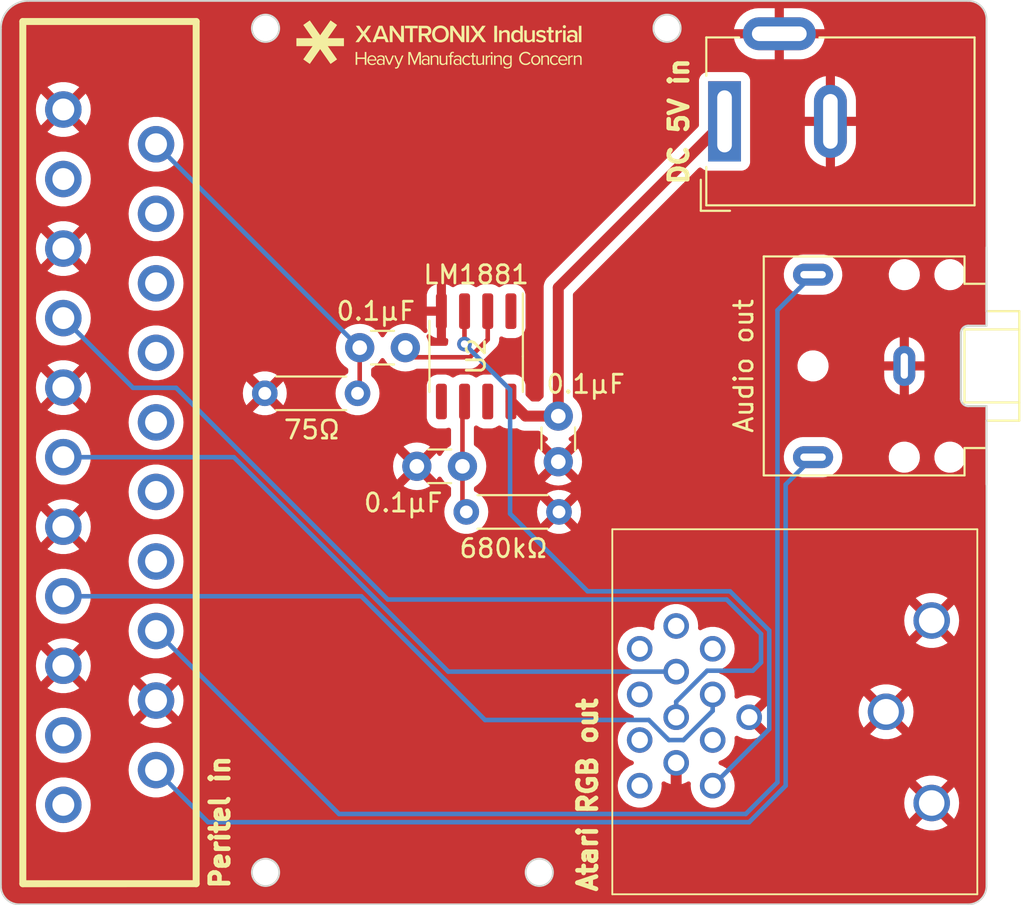
<source format=kicad_pcb>
(kicad_pcb (version 20221018) (generator pcbnew)

  (general
    (thickness 1.6)
  )

  (paper "A4")
  (layers
    (0 "F.Cu" signal)
    (31 "B.Cu" signal)
    (32 "B.Adhes" user "B.Adhesive")
    (33 "F.Adhes" user "F.Adhesive")
    (34 "B.Paste" user)
    (35 "F.Paste" user)
    (36 "B.SilkS" user "B.Silkscreen")
    (37 "F.SilkS" user "F.Silkscreen")
    (38 "B.Mask" user)
    (39 "F.Mask" user)
    (40 "Dwgs.User" user "User.Drawings")
    (41 "Cmts.User" user "User.Comments")
    (42 "Eco1.User" user "User.Eco1")
    (43 "Eco2.User" user "User.Eco2")
    (44 "Edge.Cuts" user)
    (45 "Margin" user)
    (46 "B.CrtYd" user "B.Courtyard")
    (47 "F.CrtYd" user "F.Courtyard")
    (48 "B.Fab" user)
    (49 "F.Fab" user)
    (50 "User.1" user)
    (51 "User.2" user)
    (52 "User.3" user)
    (53 "User.4" user)
    (54 "User.5" user)
    (55 "User.6" user)
    (56 "User.7" user)
    (57 "User.8" user)
    (58 "User.9" user)
  )

  (setup
    (pad_to_mask_clearance 0)
    (aux_axis_origin 117.5 110.5)
    (grid_origin 117.5 110.5)
    (pcbplotparams
      (layerselection 0x00010fc_ffffffff)
      (plot_on_all_layers_selection 0x0000000_00000000)
      (disableapertmacros false)
      (usegerberextensions false)
      (usegerberattributes true)
      (usegerberadvancedattributes true)
      (creategerberjobfile true)
      (dashed_line_dash_ratio 12.000000)
      (dashed_line_gap_ratio 3.000000)
      (svgprecision 4)
      (plotframeref false)
      (viasonmask false)
      (mode 1)
      (useauxorigin false)
      (hpglpennumber 1)
      (hpglpenspeed 20)
      (hpglpendiameter 15.000000)
      (dxfpolygonmode true)
      (dxfimperialunits true)
      (dxfusepcbnewfont true)
      (psnegative false)
      (psa4output false)
      (plotreference true)
      (plotvalue true)
      (plotinvisibletext false)
      (sketchpadsonfab false)
      (subtractmaskfromsilk false)
      (outputformat 1)
      (mirror false)
      (drillshape 1)
      (scaleselection 1)
      (outputdirectory "")
    )
  )

  (net 0 "")
  (net 1 "GND")
  (net 2 "Net-(U2-INT)")
  (net 3 "CVBS")
  (net 4 "Net-(U2-VIDEO)")
  (net 5 "unconnected-(J1-P1-Pad1)")
  (net 6 "AUDIO_L")
  (net 7 "unconnected-(J1-P3-Pad3)")
  (net 8 "VIDEO_B")
  (net 9 "unconnected-(J1-P8-Pad8)")
  (net 10 "unconnected-(J1-P10-Pad10)")
  (net 11 "VIDEO_G")
  (net 12 "unconnected-(J1-P12-Pad12)")
  (net 13 "unconnected-(J1-P14-Pad14)")
  (net 14 "VIDEO_R")
  (net 15 "unconnected-(J1-P16-Pad16)")
  (net 16 "unconnected-(J1-P18-Pad18)")
  (net 17 "unconnected-(J1-P19-Pad19)")
  (net 18 "AUDIO_R")
  (net 19 "unconnected-(J3-Pad1)")
  (net 20 "unconnected-(J3-Pad2)")
  (net 21 "HSYNC")
  (net 22 "unconnected-(J3-Pad3)")
  (net 23 "VSYNC")
  (net 24 "unconnected-(U2-BURST-Pad5)")
  (net 25 "+5V")
  (net 26 "unconnected-(U2-O{slash}E-Pad7)")
  (net 27 "unconnected-(J3-Pad4)")
  (net 28 "unconnected-(J3-Pad5)")
  (net 29 "unconnected-(J3-Pad11)")
  (net 30 "Net-(U2-CSYNC)")

  (footprint "Capacitor_THT:C_Disc_D3.0mm_W1.6mm_P2.50mm" (layer "F.Cu") (at 137.16 80))

  (footprint "Connector_BarrelJack:BarrelJack_Wuerth_6941xx301002" (layer "F.Cu") (at 157.15 67.6 90))

  (footprint "Capacitor_THT:C_Disc_D3.0mm_W1.6mm_P2.50mm" (layer "F.Cu") (at 148.04 83.75 -90))

  (footprint "Connector_Audio:Jack_3.5mm_CUI_SJ1-3523N_Horizontal" (layer "F.Cu") (at 167 81 90))

  (footprint "Capacitor_THT:C_Disc_D3.0mm_W1.6mm_P2.50mm" (layer "F.Cu") (at 140.29 86.5))

  (footprint "Resistor_THT:R_Axial_DIN0204_L3.6mm_D1.6mm_P5.08mm_Horizontal" (layer "F.Cu") (at 131.96 82.5))

  (footprint "Resistor_THT:R_Axial_DIN0204_L3.6mm_D1.6mm_P5.08mm_Horizontal" (layer "F.Cu") (at 148.08 89 180))

  (footprint "sc1224-scart:SCART" (layer "F.Cu") (at 128.19964 86 90))

  (footprint "Package_SO:SOIC-8_3.9x4.9mm_P1.27mm" (layer "F.Cu") (at 143.54 80.475 -90))

  (footprint "sc1224-scart:DIN-13" (layer "F.Cu") (at 171 99.95 -90))

  (gr_poly
    (pts
      (xy 138.825827 64.502473)
      (xy 138.739044 64.502473)
      (xy 138.526319 63.991298)
      (xy 138.612044 63.991298)
      (xy 138.782436 64.410398)
      (xy 138.951769 63.991298)
      (xy 139.038552 63.991298)
    )

    (stroke (width 0) (type solid)) (fill solid) (layer "F.SilkS") (tstamp 00c688b3-d054-4c12-8895-73ea33921b4a))
  (gr_poly
    (pts
      (xy 145.250024 63.978991)
      (xy 145.26264 63.980162)
      (xy 145.275045 63.982093)
      (xy 145.287221 63.984766)
      (xy 145.299149 63.988164)
      (xy 145.310811 63.992271)
      (xy 145.322187 63.997069)
      (xy 145.333259 64.002542)
      (xy 145.344009 64.008672)
      (xy 145.354417 64.015443)
      (xy 145.364466 64.022836)
      (xy 145.374137 64.030836)
      (xy 145.383411 64.039425)
      (xy 145.392269 64.048586)
      (xy 145.400694 64.058302)
      (xy 145.408665 64.068556)
      (xy 145.408665 63.991298)
      (xy 145.488041 63.991298)
      (xy 145.488041 64.487656)
      (xy 145.487697 64.503192)
      (xy 145.486679 64.518057)
      (xy 145.485008 64.532264)
      (xy 145.482703 64.545823)
      (xy 145.479787 64.558746)
      (xy 145.476278 64.571046)
      (xy 145.472199 64.582733)
      (xy 145.467568 64.59382)
      (xy 145.462408 64.604317)
      (xy 145.456737 64.614237)
      (xy 145.450578 64.623591)
      (xy 145.44395 64.632391)
      (xy 145.436874 64.640648)
      (xy 145.42937 64.648375)
      (xy 145.42146 64.655582)
      (xy 145.413163 64.662281)
      (xy 145.4045 64.668484)
      (xy 145.395492 64.674203)
      (xy 145.386159 64.679448)
      (xy 145.376522 64.684233)
      (xy 145.366602 64.688568)
      (xy 145.356418 64.692465)
      (xy 145.335342 64.698992)
      (xy 145.313461 64.703906)
      (xy 145.290938 64.707301)
      (xy 145.267937 64.70927)
      (xy 145.244623 64.709906)
      (xy 145.228667 64.709701)
      (xy 145.213314 64.709062)
      (xy 145.198522 64.707952)
      (xy 145.184249 64.706334)
      (xy 145.170454 64.70417)
      (xy 145.157094 64.701423)
      (xy 145.144128 64.698055)
      (xy 145.131514 64.694031)
      (xy 145.11921 64.689312)
      (xy 145.107175 64.683861)
      (xy 145.095365 64.677641)
      (xy 145.083741 64.670615)
      (xy 145.072258 64.662746)
      (xy 145.060877 64.653996)
      (xy 145.049554 64.644328)
      (xy 145.038249 64.633706)
      (xy 145.078465 64.574439)
      (xy 145.086505 64.583595)
      (xy 145.094764 64.592026)
      (xy 145.103261 64.599749)
      (xy 145.112018 64.606785)
      (xy 145.121053 64.61315)
      (xy 145.130388 64.618864)
      (xy 145.140042 64.623946)
      (xy 145.150035 64.628414)
      (xy 145.160388 64.632287)
      (xy 145.171121 64.635583)
      (xy 145.182254 64.638321)
      (xy 145.193807 64.640519)
      (xy 145.2058 64.642196)
      (xy 145.218254 64.643371)
      (xy 145.231188 64.644063)
      (xy 145.244623 64.644289)
      (xy 145.260418 64.643798)
      (xy 145.275981 64.642297)
      (xy 145.291202 64.639741)
      (xy 145.305974 64.636087)
      (xy 145.313157 64.633835)
      (xy 145.320187 64.631293)
      (xy 145.327051 64.628454)
      (xy 145.333734 64.625314)
      (xy 145.340224 64.621866)
      (xy 145.346506 64.618107)
      (xy 145.352568 64.614029)
      (xy 145.358394 64.609629)
      (xy 145.363973 64.604899)
      (xy 145.36929 64.599836)
      (xy 145.374332 64.594433)
      (xy 145.379086 64.588685)
      (xy 145.383537 64.582587)
      (xy 145.387672 64.576133)
      (xy 145.391477 64.569318)
      (xy 145.39494 64.562136)
      (xy 145.398046 64.554582)
      (xy 145.400782 64.546651)
      (xy 145.403134 64.538336)
      (xy 145.405089 64.529634)
      (xy 145.406633 64.520537)
      (xy 145.407753 64.511041)
      (xy 145.408435 64.501141)
      (xy 145.408665 64.490831)
      (xy 145.408665 64.417806)
      (xy 145.401426 64.427374)
      (xy 145.393615 64.436606)
      (xy 145.385255 64.445462)
      (xy 145.376369 64.453905)
      (xy 145.366981 64.461895)
      (xy 145.357114 64.469393)
      (xy 145.346792 64.476362)
      (xy 145.336037 64.482761)
      (xy 145.324872 64.488553)
      (xy 145.313322 64.493698)
      (xy 145.301409 64.498158)
      (xy 145.289156 64.501894)
      (xy 145.276587 64.504867)
      (xy 145.263725 64.507039)
      (xy 145.250593 64.50837)
      (xy 145.237215 64.508822)
      (xy 145.22483 64.508532)
      (xy 145.212684 64.507665)
      (xy 145.200788 64.506227)
      (xy 145.189152 64.504225)
      (xy 145.177785 64.501665)
      (xy 145.166698 64.498553)
      (xy 145.155901 64.494896)
      (xy 145.145404 64.490698)
      (xy 145.135218 64.485968)
      (xy 145.125351 64.48071)
      (xy 145.115814 64.474932)
      (xy 145.106618 64.468639)
      (xy 145.097772 64.461837)
      (xy 145.089287 64.454533)
      (xy 145.081172 64.446733)
      (xy 145.073438 64.438443)
      (xy 145.066094 64.42967)
      (xy 145.059151 64.420419)
      (xy 145.052619 64.410696)
      (xy 145.046508 64.400509)
      (xy 145.040828 64.389862)
      (xy 145.035589 64.378763)
      (xy 145.030801 64.367218)
      (xy 145.026474 64.355232)
      (xy 145.022619 64.342812)
      (xy 145.019244 64.329964)
      (xy 145.016362 64.316695)
      (xy 145.013981 64.30301)
      (xy 145.012111 64.288916)
      (xy 145.010763 64.274418)
      (xy 145.009947 64.259524)
      (xy 145.009673 64.244239)
      (xy 145.092223 64.244239)
      (xy 145.092402 64.254668)
      (xy 145.092937 64.264914)
      (xy 145.093825 64.274966)
      (xy 145.095061 64.284816)
      (xy 145.096642 64.294453)
      (xy 145.098565 64.303868)
      (xy 145.100824 64.313052)
      (xy 145.103418 64.321994)
      (xy 145.106342 64.330685)
      (xy 145.109593 64.339115)
      (xy 145.113166 64.347274)
      (xy 145.117059 64.355153)
      (xy 145.121267 64.362743)
      (xy 145.125787 64.370033)
      (xy 145.130615 64.377013)
      (xy 145.135747 64.383675)
      (xy 145.14118 64.390008)
      (xy 145.146911 64.396002)
      (xy 145.152934 64.401649)
      (xy 145.159248 64.406937)
      (xy 145.165847 64.411859)
      (xy 145.172729 64.416403)
      (xy 145.179889 64.42056)
      (xy 145.187324 64.424321)
      (xy 145.195031 64.427676)
      (xy 145.203005 64.430615)
      (xy 145.211244 64.433128)
      (xy 145.219742 64.435206)
      (xy 145.228497 64.43684)
      (xy 145.237505 64.438018)
      (xy 145.246762 64.438732)
      (xy 145.256265 64.438973)
      (xy 145.262211 64.438859)
      (xy 145.268139 64.438522)
      (xy 145.274043 64.437968)
      (xy 145.279916 64.437203)
      (xy 145.285755 64.436234)
      (xy 145.291551 64.435066)
      (xy 145.297301 64.433706)
      (xy 145.302997 64.43216)
      (xy 145.308635 64.430434)
      (xy 145.314208 64.428534)
      (xy 145.31971 64.426467)
      (xy 145.325136 64.424239)
      (xy 145.335735 64.419323)
      (xy 145.345959 64.413837)
      (xy 145.355761 64.40783)
      (xy 145.365096 64.401352)
      (xy 145.373915 64.394452)
      (xy 145.382174 64.38718)
      (xy 145.389824 64.379586)
      (xy 145.396821 64.371719)
      (xy 145.403117 64.363628)
      (xy 145.405987 64.359515)
      (xy 145.408665 64.355364)
      (xy 145.408665 64.132056)
      (xy 145.403117 64.123804)
      (xy 145.396821 64.115747)
      (xy 145.389824 64.107932)
      (xy 145.382174 64.100405)
      (xy 145.373915 64.093213)
      (xy 145.365096 64.086403)
      (xy 145.355761 64.08002)
      (xy 145.345959 64.074112)
      (xy 145.335735 64.068725)
      (xy 145.325135 64.063905)
      (xy 145.314207 64.059699)
      (xy 145.302997 64.056154)
      (xy 145.291551 64.053315)
      (xy 145.279916 64.05123)
      (xy 145.268139 64.049945)
      (xy 145.256265 64.049506)
      (xy 145.246762 64.049743)
      (xy 145.237505 64.050449)
      (xy 145.228497 64.051614)
      (xy 145.219742 64.053229)
      (xy 145.211244 64.055285)
      (xy 145.203005 64.057773)
      (xy 145.195031 64.060684)
      (xy 145.187324 64.064008)
      (xy 145.179889 64.067738)
      (xy 145.172729 64.071863)
      (xy 145.165847 64.076374)
      (xy 145.159248 64.081262)
      (xy 145.152934 64.086519)
      (xy 145.146911 64.092135)
      (xy 145.14118 64.0981)
      (xy 145.135747 64.104407)
      (xy 145.130615 64.111045)
      (xy 145.125787 64.118006)
      (xy 145.121267 64.125281)
      (xy 145.117059 64.13286)
      (xy 145.113166 64.140734)
      (xy 145.109593 64.148895)
      (xy 145.106342 64.157333)
      (xy 145.103418 64.166038)
      (xy 145.098565 64.184217)
      (xy 145.095061 64.203359)
      (xy 145.092937 64.223391)
      (xy 145.092223 64.244239)
      (xy 145.009673 64.244239)
      (xy 145.009944 64.229044)
      (xy 145.010752 64.214223)
      (xy 145.012086 64.199781)
      (xy 145.013937 64.185727)
      (xy 145.016296 64.172067)
      (xy 145.019154 64.158809)
      (xy 145.0225 64.14596)
      (xy 145.026325 64.133528)
      (xy 145.03062 64.121518)
      (xy 145.035376 64.109939)
      (xy 145.040582 64.098797)
      (xy 145.046229 64.0881)
      (xy 145.052308 64.077855)
      (xy 145.05881 64.068069)
      (xy 145.065724 64.058749)
      (xy 145.073041 64.049903)
      (xy 145.080752 64.041537)
      (xy 145.088848 64.033659)
      (xy 145.097318 64.026276)
      (xy 145.106153 64.019395)
      (xy 145.115345 64.013023)
      (xy 145.124882 64.007168)
      (xy 145.134757 64.001836)
      (xy 145.144958 63.997036)
      (xy 145.155478 63.992773)
      (xy 145.166306 63.989055)
      (xy 145.177432 63.985889)
      (xy 145.188848 63.983283)
      (xy 145.200544 63.981244)
      (xy 145.21251 63.979779)
      (xy 145.224737 63.978894)
      (xy 145.237215 63.978597)
    )

    (stroke (width 0) (type solid)) (fill solid) (layer "F.SilkS") (tstamp 058064fb-4473-4e89-8c3b-42cb81f63dd3))
  (gr_poly
    (pts
      (xy 135.919296 64.203264)
      (xy 135.561695 64.453662)
      (xy 134.066851 62.318831)
      (xy 134.424452 62.068433)
    )

    (stroke (width 0) (type solid)) (fill solid) (layer "F.SilkS") (tstamp 07134625-3018-4cb6-b3eb-d01a8873e4d7))
  (gr_poly
    (pts
      (xy 143.400476 63.991298)
      (xy 143.504193 63.991298)
      (xy 143.504193 64.061148)
      (xy 143.400476 64.061148)
      (xy 143.400476 64.378648)
      (xy 143.400674 64.385663)
      (xy 143.400923 64.38907)
      (xy 143.401272 64.392406)
      (xy 143.40172 64.395667)
      (xy 143.402269 64.398851)
      (xy 143.402918 64.401954)
      (xy 143.403667 64.404974)
      (xy 143.404518 64.407907)
      (xy 143.405469 64.410749)
      (xy 143.406521 64.413499)
      (xy 143.407675 64.416153)
      (xy 143.40893 64.418707)
      (xy 143.410288 64.421159)
      (xy 143.411747 64.423506)
      (xy 143.413308 64.425744)
      (xy 143.414971 64.42787)
      (xy 143.416737 64.429882)
      (xy 143.418606 64.431776)
      (xy 143.420577 64.433549)
      (xy 143.422652 64.435198)
      (xy 143.42483 64.43672)
      (xy 143.427112 64.438111)
      (xy 143.429497 64.43937)
      (xy 143.431986 64.440492)
      (xy 143.434579 64.441474)
      (xy 143.437276 64.442314)
      (xy 143.440078 64.443008)
      (xy 143.442984 64.443553)
      (xy 143.445996 64.443946)
      (xy 143.449112 64.444184)
      (xy 143.452333 64.444264)
      (xy 143.456486 64.444155)
      (xy 143.4606 64.443832)
      (xy 143.464661 64.443309)
      (xy 143.468655 64.442594)
      (xy 143.472569 64.4417)
      (xy 143.476388 64.440637)
      (xy 143.480099 64.439415)
      (xy 143.483687 64.438047)
      (xy 143.487139 64.436542)
      (xy 143.49044 64.434911)
      (xy 143.493577 64.433166)
      (xy 143.496536 64.431316)
      (xy 143.499303 64.429374)
      (xy 143.501863 64.42735)
      (xy 143.504203 64.425254)
      (xy 143.506309 64.423098)
      (xy 143.529593 64.482364)
      (xy 143.525721 64.485872)
      (xy 143.521636 64.489243)
      (xy 143.517326 64.492466)
      (xy 143.512775 64.495527)
      (xy 143.50797 64.498415)
      (xy 143.502896 64.501117)
      (xy 143.497541 64.50362)
      (xy 143.491889 64.505912)
      (xy 143.485928 64.507981)
      (xy 143.479642 64.509815)
      (xy 143.473018 64.5114)
      (xy 143.466043 64.512725)
      (xy 143.458702 64.513777)
      (xy 143.45098 64.514544)
      (xy 143.442865 64.515013)
      (xy 143.434343 64.515173)
      (xy 143.427407 64.515046)
      (xy 143.420688 64.514667)
      (xy 143.414187 64.514037)
      (xy 143.407903 64.513159)
      (xy 143.401837 64.512035)
      (xy 143.395989 64.510666)
      (xy 143.390359 64.509054)
      (xy 143.384948 64.507202)
      (xy 143.379755 64.505111)
      (xy 143.374782 64.502783)
      (xy 143.370027 64.50022)
      (xy 143.365491 64.497425)
      (xy 143.361175 64.494398)
      (xy 143.357078 64.491143)
      (xy 143.353201 64.48766)
      (xy 143.349544 64.483952)
      (xy 143.346107 64.480021)
      (xy 143.34289 64.475868)
      (xy 143.339894 64.471496)
      (xy 143.337119 64.466907)
      (xy 143.334564 64.462102)
      (xy 143.332231 64.457084)
      (xy 143.330119 64.451854)
      (xy 143.328228 64.446414)
      (xy 143.326559 64.440767)
      (xy 143.325112 64.434913)
      (xy 143.323887 64.428856)
      (xy 143.322885 64.422597)
      (xy 143.322105 64.416139)
      (xy 143.321547 64.409481)
      (xy 143.321101 64.395581)
      (xy 143.321101 64.061148)
      (xy 143.236434 64.061148)
      (xy 143.236434 63.991298)
      (xy 143.321101 63.991298)
      (xy 143.321101 63.851598)
      (xy 143.400476 63.851598)
    )

    (stroke (width 0) (type solid)) (fill solid) (layer "F.SilkS") (tstamp 0d856076-be46-42ff-bfda-709b124b3993))
  (gr_poly
    (pts
      (xy 138.345248 63.979175)
      (xy 138.364733 63.980931)
      (xy 138.383585 63.983907)
      (xy 138.392742 63.985863)
      (xy 138.4017 63.988139)
      (xy 138.410448 63.990739)
      (xy 138.418971 63.993668)
      (xy 138.427258 63.99693)
      (xy 138.435294 64.000531)
      (xy 138.443066 64.004476)
      (xy 138.450562 64.008768)
      (xy 138.457768 64.013414)
      (xy 138.464671 64.018417)
      (xy 138.471257 64.023784)
      (xy 138.477515 64.029518)
      (xy 138.483429 64.035624)
      (xy 138.488988 64.042108)
      (xy 138.494178 64.048974)
      (xy 138.498985 64.056227)
      (xy 138.503397 64.063871)
      (xy 138.507401 64.071913)
      (xy 138.510983 64.080356)
      (xy 138.51413 64.089205)
      (xy 138.51683 64.098466)
      (xy 138.519068 64.108142)
      (xy 138.520831 64.11824)
      (xy 138.522107 64.128763)
      (xy 138.522882 64.139717)
      (xy 138.523144 64.151106)
      (xy 138.523144 64.502473)
      (xy 138.443769 64.502473)
      (xy 138.443769 64.444264)
      (xy 138.435647 64.452735)
      (xy 138.42716 64.460681)
      (xy 138.418317 64.4681)
      (xy 138.409125 64.474989)
      (xy 138.399592 64.481345)
      (xy 138.389726 64.487164)
      (xy 138.379534 64.492444)
      (xy 138.369024 64.497181)
      (xy 138.358204 64.501373)
      (xy 138.347082 64.505015)
      (xy 138.335666 64.508106)
      (xy 138.323962 64.510642)
      (xy 138.31198 64.512619)
      (xy 138.299726 64.514036)
      (xy 138.287209 64.514888)
      (xy 138.274435 64.515173)
      (xy 138.266287 64.515002)
      (xy 138.258125 64.514492)
      (xy 138.241834 64.512455)
      (xy 138.23374 64.51093)
      (xy 138.225704 64.509068)
      (xy 138.217744 64.506872)
      (xy 138.209877 64.504341)
      (xy 138.202123 64.501477)
      (xy 138.194497 64.498281)
      (xy 138.187019 64.494753)
      (xy 138.179706 64.490895)
      (xy 138.172577 64.486708)
      (xy 138.165647 64.482192)
      (xy 138.158937 64.477348)
      (xy 138.152463 64.472178)
      (xy 138.146243 64.466682)
      (xy 138.140295 64.460862)
      (xy 138.134637 64.454718)
      (xy 138.129287 64.448252)
      (xy 138.124262 64.441464)
      (xy 138.119581 64.434355)
      (xy 138.115261 64.426926)
      (xy 138.11132 64.419179)
      (xy 138.107776 64.411113)
      (xy 138.104646 64.402731)
      (xy 138.10195 64.394033)
      (xy 138.099703 64.385021)
      (xy 138.097925 64.375694)
      (xy 138.096633 64.366054)
      (xy 138.095844 64.356102)
      (xy 138.095605 64.346898)
      (xy 138.177069 64.346898)
      (xy 138.17722 64.352896)
      (xy 138.177669 64.358785)
      (xy 138.178412 64.364557)
      (xy 138.179442 64.370208)
      (xy 138.180754 64.375733)
      (xy 138.182343 64.381126)
      (xy 138.184203 64.386382)
      (xy 138.186329 64.391496)
      (xy 138.188716 64.396463)
      (xy 138.191357 64.401278)
      (xy 138.194248 64.405935)
      (xy 138.197384 64.410429)
      (xy 138.200758 64.414754)
      (xy 138.204365 64.418906)
      (xy 138.2082 64.42288)
      (xy 138.212258 64.426669)
      (xy 138.216533 64.43027)
      (xy 138.221019 64.433676)
      (xy 138.225712 64.436882)
      (xy 138.230605 64.439884)
      (xy 138.235694 64.442676)
      (xy 138.240973 64.445252)
      (xy 138.246436 64.447608)
      (xy 138.252078 64.449738)
      (xy 138.257894 64.451637)
      (xy 138.263878 64.4533)
      (xy 138.270025 64.454721)
      (xy 138.276329 64.455895)
      (xy 138.282785 64.456818)
      (xy 138.289387 64.457484)
      (xy 138.296131 64.457887)
      (xy 138.30301 64.458023)
      (xy 138.313497 64.457774)
      (xy 138.323904 64.45703)
      (xy 138.334199 64.45579)
      (xy 138.344352 64.454054)
      (xy 138.35433 64.451821)
      (xy 138.364104 64.449093)
      (xy 138.373643 64.445868)
      (xy 138.382915 64.442147)
      (xy 138.391889 64.437931)
      (xy 138.400534 64.433218)
      (xy 138.40882 64.428009)
      (xy 138.416715 64.422304)
      (xy 138.424188 64.416103)
      (xy 138.427757 64.412816)
      (xy 138.431209 64.409405)
      (xy 138.43454 64.405871)
      (xy 138.437746 64.402212)
      (xy 138.440824 64.398429)
      (xy 138.443769 64.394522)
      (xy 138.443769 64.298214)
      (xy 138.437746 64.290525)
      (xy 138.431209 64.283332)
      (xy 138.424188 64.276634)
      (xy 138.416715 64.270433)
      (xy 138.40882 64.264728)
      (xy 138.400534 64.259519)
      (xy 138.391888 64.254806)
      (xy 138.382914 64.250589)
      (xy 138.373642 64.246869)
      (xy 138.364104 64.243644)
      (xy 138.35433 64.240916)
      (xy 138.344351 64.238683)
      (xy 138.334199 64.236947)
      (xy 138.323904 64.235707)
      (xy 138.313497 64.234962)
      (xy 138.30301 64.234714)
      (xy 138.296131 64.23485)
      (xy 138.289387 64.235253)
      (xy 138.282785 64.235919)
      (xy 138.276329 64.236843)
      (xy 138.270025 64.23802)
      (xy 138.263878 64.239444)
      (xy 138.257894 64.241111)
      (xy 138.252078 64.243016)
      (xy 138.246436 64.245153)
      (xy 138.240973 64.247517)
      (xy 138.235694 64.250104)
      (xy 138.230606 64.252909)
      (xy 138.225712 64.255925)
      (xy 138.22102 64.25915)
      (xy 138.216533 64.262576)
      (xy 138.212258 64.2662)
      (xy 138.208201 64.270016)
      (xy 138.204365 64.274019)
      (xy 138.200758 64.278204)
      (xy 138.197384 64.282567)
      (xy 138.194248 64.287101)
      (xy 138.191357 64.291803)
      (xy 138.188716 64.296666)
      (xy 138.186329 64.301687)
      (xy 138.184203 64.306859)
      (xy 138.182343 64.312179)
      (xy 138.180754 64.31764)
      (xy 138.179442 64.323238)
      (xy 138.178412 64.328968)
      (xy 138.177669 64.334825)
      (xy 138.17722 64.340803)
      (xy 138.177069 64.346898)
      (xy 138.095605 64.346898)
      (xy 138.095577 64.34584)
      (xy 138.095844 64.3353)
      (xy 138.096633 64.325114)
      (xy 138.097925 64.315278)
      (xy 138.099703 64.305792)
      (xy 138.10195 64.296655)
      (xy 138.104646 64.287866)
      (xy 138.107776 64.279424)
      (xy 138.11132 64.271326)
      (xy 138.115261 64.263573)
      (xy 138.119581 64.256163)
      (xy 138.124262 64.249094)
      (xy 138.129287 64.242367)
      (xy 138.134637 64.235979)
      (xy 138.140295 64.229929)
      (xy 138.146243 64.224216)
      (xy 138.152463 64.218839)
      (xy 138.158937 64.213798)
      (xy 138.165647 64.20909)
      (xy 138.172577 64.204714)
      (xy 138.179706 64.20067)
      (xy 138.187019 64.196956)
      (xy 138.194497 64.193571)
      (xy 138.209877 64.187784)
      (xy 138.225704 64.183299)
      (xy 138.241834 64.180107)
      (xy 138.258125 64.178199)
      (xy 138.274435 64.177564)
      (xy 138.287395 64.177826)
      (xy 138.300073 64.178612)
      (xy 138.312463 64.179929)
      (xy 138.324558 64.181781)
      (xy 138.336348 64.184173)
      (xy 138.347826 64.187108)
      (xy 138.358986 64.190592)
      (xy 138.369818 64.19463)
      (xy 138.380315 64.199226)
      (xy 138.39047 64.204384)
      (xy 138.400274 64.21011)
      (xy 138.40972 64.216409)
      (xy 138.4188 64.223283)
      (xy 138.427507 64.230739)
      (xy 138.435833 64.238782)
      (xy 138.443769 64.247414)
      (xy 138.443769 64.155339)
      (xy 138.443609 64.148977)
      (xy 138.443133 64.142791)
      (xy 138.442347 64.136781)
      (xy 138.441259 64.13095)
      (xy 138.439875 64.1253)
      (xy 138.438202 64.119832)
      (xy 138.436245 64.114549)
      (xy 138.434012 64.109451)
      (xy 138.43151 64.10454)
      (xy 138.428744 64.099819)
      (xy 138.425721 64.09529)
      (xy 138.422449 64.090953)
      (xy 138.418933 64.08681)
      (xy 138.415181 64.082864)
      (xy 138.411198 64.079116)
      (xy 138.406992 64.075567)
      (xy 138.402568 64.072221)
      (xy 138.397934 64.069077)
      (xy 138.393096 64.066139)
      (xy 138.388061 64.063407)
      (xy 138.382836 64.060884)
      (xy 138.377426 64.058571)
      (xy 138.371839 64.05647)
      (xy 138.36608 64.054583)
      (xy 138.354077 64.051456)
      (xy 138.34147 64.049206)
      (xy 138.328311 64.047846)
      (xy 138.314652 64.047389)
      (xy 138.303277 64.047651)
      (xy 138.292164 64.048439)
      (xy 138.281303 64.049761)
      (xy 138.270682 64.051623)
      (xy 138.26029 64.05403)
      (xy 138.250116 64.056989)
      (xy 138.240151 64.060506)
      (xy 138.230382 64.064587)
      (xy 138.2208 64.069239)
      (xy 138.211392 64.074468)
      (xy 138.202149 64.080279)
      (xy 138.193059 64.08668)
      (xy 138.184112 64.093676)
      (xy 138.175297 64.101273)
      (xy 138.166603 64.109479)
      (xy 138.158019 64.118298)
      (xy 138.120977 64.063264)
      (xy 138.131422 64.052895)
      (xy 138.142125 64.043218)
      (xy 138.153098 64.034229)
      (xy 138.164352 64.025925)
      (xy 138.175898 64.018303)
      (xy 138.187745 64.011361)
      (xy 138.199906 64.005094)
      (xy 138.212391 63.9995)
      (xy 138.22521 63.994576)
      (xy 138.238376 63.990318)
      (xy 138.251898 63.986724)
      (xy 138.265787 63.98379)
      (xy 138.280054 63.981514)
      (xy 138.294711 63.979892)
      (xy 138.309768 63.978921)
      (xy 138.325235 63.978598)
    )

    (stroke (width 0) (type solid)) (fill solid) (layer "F.SilkS") (tstamp 1224d46b-fa90-4b61-bd16-98fd37cc1132))
  (gr_poly
    (pts
      (xy 147.653408 62.609299)
      (xy 147.785646 62.609299)
      (xy 147.785646 62.733442)
      (xy 147.653408 62.733442)
      (xy 147.653408 63.074834)
      (xy 147.653472 63.078972)
      (xy 147.653661 63.083036)
      (xy 147.653975 63.087021)
      (xy 147.654415 63.090924)
      (xy 147.654979 63.09474)
      (xy 147.655668 63.098467)
      (xy 147.65648 63.102101)
      (xy 147.657414 63.105638)
      (xy 147.658472 63.109073)
      (xy 147.659651 63.112405)
      (xy 147.660952 63.115628)
      (xy 147.662374 63.118739)
      (xy 147.663917 63.121734)
      (xy 147.66558 63.12461)
      (xy 147.667362 63.127363)
      (xy 147.669263 63.12999)
      (xy 147.671284 63.132485)
      (xy 147.673422 63.134847)
      (xy 147.675677 63.137071)
      (xy 147.67805 63.139153)
      (xy 147.68054 63.14109)
      (xy 147.683145 63.142878)
      (xy 147.685867 63.144513)
      (xy 147.688703 63.145992)
      (xy 147.691654 63.147311)
      (xy 147.694719 63.148466)
      (xy 147.697898 63.149454)
      (xy 147.70119 63.15027)
      (xy 147.704595 63.150911)
      (xy 147.708111 63.151374)
      (xy 147.71174 63.151654)
      (xy 147.71548 63.151748)
      (xy 147.720521 63.151624)
      (xy 147.72551 63.151261)
      (xy 147.730428 63.150672)
      (xy 147.735256 63.149872)
      (xy 147.739973 63.148874)
      (xy 147.744559 63.147692)
      (xy 147.748995 63.146341)
      (xy 147.753261 63.144833)
      (xy 147.757338 63.143183)
      (xy 147.761205 63.141404)
      (xy 147.764842 63.139511)
      (xy 147.768231 63.137517)
      (xy 147.771351 63.135436)
      (xy 147.774182 63.133281)
      (xy 147.776705 63.131068)
      (xy 147.7789 63.128809)
      (xy 147.812634 63.23541)
      (xy 147.807635 63.239882)
      (xy 147.802245 63.24418)
      (xy 147.796451 63.248289)
      (xy 147.790243 63.252192)
      (xy 147.783607 63.255874)
      (xy 147.776533 63.259319)
      (xy 147.769008 63.26251)
      (xy 147.761021 63.265433)
      (xy 147.752559 63.268071)
      (xy 147.743611 63.270409)
      (xy 147.734164 63.27243)
      (xy 147.724208 63.27412)
      (xy 147.71373 63.275461)
      (xy 147.702718 63.276439)
      (xy 147.691161 63.277037)
      (xy 147.679046 63.27724)
      (xy 147.66895 63.277067)
      (xy 147.659155 63.276547)
      (xy 147.649664 63.275684)
      (xy 147.640476 63.274478)
      (xy 147.631594 63.272933)
      (xy 147.623018 63.271049)
      (xy 147.61475 63.26883)
      (xy 147.606792 63.266276)
      (xy 147.599144 63.263391)
      (xy 147.591807 63.260175)
      (xy 147.584783 63.256632)
      (xy 147.578073 63.252762)
      (xy 147.571678 63.248568)
      (xy 147.5656 63.244051)
      (xy 147.55984 63.239215)
      (xy 147.554398 63.23406)
      (xy 147.549277 63.228589)
      (xy 147.544477 63.222804)
      (xy 147.54 63.216706)
      (xy 147.535847 63.210298)
      (xy 147.532019 63.203582)
      (xy 147.528518 63.19656)
      (xy 147.525344 63.189233)
      (xy 147.522498 63.181603)
      (xy 147.519983 63.173673)
      (xy 147.5178 63.165445)
      (xy 147.515948 63.15692)
      (xy 147.514431 63.148101)
      (xy 147.513249 63.138989)
      (xy 147.512403 63.129586)
      (xy 147.511894 63.119895)
      (xy 147.511725 63.109918)
      (xy 147.511725 62.733442)
      (xy 147.403773 62.733442)
      (xy 147.403773 62.609299)
      (xy 147.511725 62.609299)
      (xy 147.511725 62.431182)
      (xy 147.653408 62.431182)
    )

    (stroke (width 0) (type solid)) (fill solid) (layer "F.SilkS") (tstamp 1728a95b-89b1-46a2-bb67-abd20423d939))
  (gr_poly
    (pts
      (xy 144.6887 63.261048)
      (xy 144.530822 63.261048)
      (xy 144.530822 62.361015)
      (xy 144.6887 62.361015)
    )

    (stroke (width 0) (type solid)) (fill solid) (layer "F.SilkS") (tstamp 17c3ac52-6cc4-4b9d-b8bb-d4264712788c))
  (gr_poly
    (pts
      (xy 143.041854 63.978708)
      (xy 143.050255 63.979038)
      (xy 143.058441 63.979581)
      (xy 143.066416 63.980334)
      (xy 143.074184 63.981291)
      (xy 143.081749 63.982448)
      (xy 143.089116 63.983801)
      (xy 143.096287 63.985344)
      (xy 143.103268 63.987074)
      (xy 143.110062 63.988984)
      (xy 143.116674 63.991072)
      (xy 143.123107 63.993331)
      (xy 143.129366 63.995758)
      (xy 143.135454 63.998348)
      (xy 143.141377 64.001096)
      (xy 143.147137 64.003997)
      (xy 143.152738 64.007047)
      (xy 143.158186 64.010242)
      (xy 143.163484 64.013576)
      (xy 143.168636 64.017045)
      (xy 143.178518 64.024368)
      (xy 143.187866 64.032175)
      (xy 143.196711 64.040429)
      (xy 143.205087 64.049092)
      (xy 143.213025 64.058127)
      (xy 143.220559 64.067497)
      (xy 143.167642 64.116181)
      (xy 143.16118 64.107758)
      (xy 143.154495 64.099946)
      (xy 143.147587 64.092736)
      (xy 143.140456 64.086117)
      (xy 143.133101 64.080082)
      (xy 143.125523 64.07462)
      (xy 143.117722 64.069723)
      (xy 143.109698 64.065381)
      (xy 143.10145 64.061584)
      (xy 143.09298 64.058324)
      (xy 143.084286 64.055591)
      (xy 143.075368 64.053375)
      (xy 143.066228 64.051668)
      (xy 143.056864 64.050461)
      (xy 143.047277 64.049743)
      (xy 143.037467 64.049506)
      (xy 143.027369 64.049749)
      (xy 143.017518 64.050472)
      (xy 143.007918 64.051666)
      (xy 142.998575 64.053319)
      (xy 142.989493 64.055423)
      (xy 142.980677 64.057968)
      (xy 142.972132 64.060943)
      (xy 142.963863 64.064339)
      (xy 142.955874 64.068145)
      (xy 142.948171 64.072353)
      (xy 142.940758 64.076952)
      (xy 142.93364 64.081932)
      (xy 142.926823 64.087283)
      (xy 142.92031 64.092995)
      (xy 142.914106 64.099059)
      (xy 142.908218 64.105465)
      (xy 142.902648 64.112203)
      (xy 142.897403 64.119262)
      (xy 142.892487 64.126633)
      (xy 142.887905 64.134307)
      (xy 142.883661 64.142272)
      (xy 142.879761 64.15052)
      (xy 142.87621 64.159041)
      (xy 142.873012 64.167824)
      (xy 142.870172 64.17686)
      (xy 142.867694 64.186138)
      (xy 142.865585 64.19565)
      (xy 142.863848 64.205385)
      (xy 142.862489 64.215332)
      (xy 142.861512 64.225483)
      (xy 142.860923 64.235828)
      (xy 142.860725 64.246356)
      (xy 142.860923 64.256887)
      (xy 142.861512 64.26724)
      (xy 142.862489 64.277405)
      (xy 142.863848 64.287372)
      (xy 142.865585 64.297131)
      (xy 142.867694 64.306671)
      (xy 142.870172 64.315981)
      (xy 142.873012 64.325053)
      (xy 142.87621 64.333875)
      (xy 142.879761 64.342436)
      (xy 142.883661 64.350728)
      (xy 142.887905 64.35874)
      (xy 142.892487 64.36646)
      (xy 142.897403 64.37388)
      (xy 142.902648 64.380989)
      (xy 142.908218 64.387776)
      (xy 142.914106 64.394231)
      (xy 142.92031 64.400344)
      (xy 142.926823 64.406105)
      (xy 142.93364 64.411503)
      (xy 142.940758 64.416529)
      (xy 142.948171 64.421171)
      (xy 142.955874 64.42542)
      (xy 142.963863 64.429265)
      (xy 142.972132 64.432697)
      (xy 142.980677 64.435704)
      (xy 142.989493 64.438277)
      (xy 142.998575 64.440405)
      (xy 143.007918 64.442078)
      (xy 143.017518 64.443286)
      (xy 143.027369 64.444018)
      (xy 143.037467 64.444264)
      (xy 143.047277 64.444015)
      (xy 143.056864 64.443266)
      (xy 143.066228 64.442011)
      (xy 143.075368 64.440246)
      (xy 143.084286 64.437966)
      (xy 143.09298 64.435167)
      (xy 143.10145 64.431844)
      (xy 143.109698 64.427992)
      (xy 143.117722 64.423607)
      (xy 143.125523 64.418684)
      (xy 143.133101 64.413219)
      (xy 143.140456 64.407206)
      (xy 143.147587 64.400641)
      (xy 143.154495 64.39352)
      (xy 143.16118 64.385838)
      (xy 143.167642 64.377589)
      (xy 143.220559 64.426272)
      (xy 143.213025 64.435642)
      (xy 143.205087 64.444677)
      (xy 143.196711 64.45334)
      (xy 143.187866 64.461594)
      (xy 143.178519 64.469402)
      (xy 143.168636 64.476725)
      (xy 143.158187 64.483528)
      (xy 143.147137 64.489772)
      (xy 143.135455 64.495422)
      (xy 143.123107 64.500438)
      (xy 143.110062 64.504785)
      (xy 143.096287 64.508426)
      (xy 143.081749 64.511321)
      (xy 143.066416 64.513436)
      (xy 143.050255 64.514732)
      (xy 143.033234 64.515172)
      (xy 143.019094 64.514834)
      (xy 143.005255 64.513828)
      (xy 142.991727 64.512169)
      (xy 142.978519 64.509872)
      (xy 142.965641 64.506953)
      (xy 142.953104 64.503424)
      (xy 142.940916 64.499302)
      (xy 142.929087 64.494601)
      (xy 142.917628 64.489336)
      (xy 142.906546 64.483521)
      (xy 142.895854 64.477171)
      (xy 142.885559 64.470301)
      (xy 142.875672 64.462925)
      (xy 142.866203 64.455059)
      (xy 142.85716 64.446717)
      (xy 142.848554 64.437914)
      (xy 142.840395 64.428664)
      (xy 142.832692 64.418983)
      (xy 142.825455 64.408885)
      (xy 142.818694 64.398384)
      (xy 142.812417 64.387495)
      (xy 142.806636 64.376234)
      (xy 142.801359 64.364615)
      (xy 142.796597 64.352652)
      (xy 142.792358 64.340361)
      (xy 142.788653 64.327756)
      (xy 142.785492 64.314851)
      (xy 142.782884 64.301662)
      (xy 142.780838 64.288203)
      (xy 142.779365 64.27449)
      (xy 142.778474 64.260535)
      (xy 142.778175 64.246356)
      (xy 142.778474 64.232272)
      (xy 142.779365 64.218408)
      (xy 142.780838 64.204779)
      (xy 142.782884 64.191399)
      (xy 142.785492 64.178283)
      (xy 142.788653 64.165447)
      (xy 142.792358 64.152904)
      (xy 142.796597 64.140671)
      (xy 142.801359 64.128762)
      (xy 142.806636 64.117192)
      (xy 142.812417 64.105975)
      (xy 142.818694 64.095128)
      (xy 142.825455 64.084664)
      (xy 142.832692 64.074598)
      (xy 142.840395 64.064947)
      (xy 142.848554 64.055723)
      (xy 142.85716 64.046943)
      (xy 142.866203 64.038622)
      (xy 142.875672 64.030773)
      (xy 142.885559 64.023413)
      (xy 142.895854 64.016556)
      (xy 142.906546 64.010217)
      (xy 142.917628 64.004411)
      (xy 142.929087 63.999152)
      (xy 142.940916 63.994456)
      (xy 142.953104 63.990338)
      (xy 142.965641 63.986813)
      (xy 142.978519 63.983895)
      (xy 142.991727 63.9816)
      (xy 143.005255 63.979942)
      (xy 143.019094 63.978936)
      (xy 143.033234 63.978597)
    )

    (stroke (width 0) (type solid)) (fill solid) (layer "F.SilkS") (tstamp 1f45d3f2-29be-4fb7-a6ba-9ad815e177ed))
  (gr_poly
    (pts
      (xy 135.919296 62.318831)
      (xy 134.424478 64.453662)
      (xy 134.066851 64.203264)
      (xy 135.561669 62.068433)
    )

    (stroke (width 0) (type solid)) (fill solid) (layer "F.SilkS") (tstamp 2a5d8537-346d-4e18-a56a-7ba0e87a0914))
  (gr_poly
    (pts
      (xy 140.804813 63.979175)
      (xy 140.824298 63.980931)
      (xy 140.843151 63.983907)
      (xy 140.852307 63.985863)
      (xy 140.861265 63.988139)
      (xy 140.870013 63.990739)
      (xy 140.878537 63.993668)
      (xy 140.886823 63.99693)
      (xy 140.894859 64.000531)
      (xy 140.902632 64.004476)
      (xy 140.910128 64.008768)
      (xy 140.917333 64.013414)
      (xy 140.924236 64.018417)
      (xy 140.930823 64.023784)
      (xy 140.93708 64.029518)
      (xy 140.942994 64.035624)
      (xy 140.948553 64.042108)
      (xy 140.953743 64.048974)
      (xy 140.95855 64.056227)
      (xy 140.962963 64.063871)
      (xy 140.966966 64.071913)
      (xy 140.970549 64.080356)
      (xy 140.973696 64.089205)
      (xy 140.976395 64.098466)
      (xy 140.978633 64.108142)
      (xy 140.980397 64.11824)
      (xy 140.981673 64.128763)
      (xy 140.982448 64.139717)
      (xy 140.982709 64.151106)
      (xy 140.982709 64.502473)
      (xy 140.903334 64.502473)
      (xy 140.903334 64.444264)
      (xy 140.895212 64.452735)
      (xy 140.886725 64.460681)
      (xy 140.877882 64.4681)
      (xy 140.86869 64.474989)
      (xy 140.859157 64.481345)
      (xy 140.849291 64.487164)
      (xy 140.839099 64.492444)
      (xy 140.828589 64.497181)
      (xy 140.81777 64.501373)
      (xy 140.806648 64.505015)
      (xy 140.795231 64.508106)
      (xy 140.783528 64.510642)
      (xy 140.771545 64.512619)
      (xy 140.759291 64.514036)
      (xy 140.746774 64.514888)
      (xy 140.734001 64.515173)
      (xy 140.725852 64.515002)
      (xy 140.717691 64.514492)
      (xy 140.701399 64.512455)
      (xy 140.693305 64.51093)
      (xy 140.685269 64.509068)
      (xy 140.677309 64.506872)
      (xy 140.669443 64.504341)
      (xy 140.661688 64.501477)
      (xy 140.654063 64.498281)
      (xy 140.646585 64.494753)
      (xy 140.639272 64.490895)
      (xy 140.632142 64.486708)
      (xy 140.625213 64.482192)
      (xy 140.618502 64.477348)
      (xy 140.612028 64.472178)
      (xy 140.605808 64.466682)
      (xy 140.59986 64.460862)
      (xy 140.594202 64.454718)
      (xy 140.588852 64.448252)
      (xy 140.583828 64.441464)
      (xy 140.579146 64.434355)
      (xy 140.574826 64.426926)
      (xy 140.570885 64.419179)
      (xy 140.567341 64.411113)
      (xy 140.564212 64.402731)
      (xy 140.561515 64.394033)
      (xy 140.559268 64.385021)
      (xy 140.55749 64.375694)
      (xy 140.556198 64.366054)
      (xy 140.555409 64.356102)
      (xy 140.55517 64.346898)
      (xy 140.636634 64.346898)
      (xy 140.636785 64.352896)
      (xy 140.637234 64.358785)
      (xy 140.637977 64.364557)
      (xy 140.639007 64.370208)
      (xy 140.640319 64.375733)
      (xy 140.641908 64.381126)
      (xy 140.643768 64.386382)
      (xy 140.645894 64.391496)
      (xy 140.648281 64.396463)
      (xy 140.650922 64.401278)
      (xy 140.653814 64.405935)
      (xy 140.656949 64.410429)
      (xy 140.660323 64.414754)
      (xy 140.663931 64.418906)
      (xy 140.667766 64.42288)
      (xy 140.671824 64.426669)
      (xy 140.676099 64.43027)
      (xy 140.680585 64.433676)
      (xy 140.685278 64.436882)
      (xy 140.690171 64.439884)
      (xy 140.69526 64.442676)
      (xy 140.700538 64.445252)
      (xy 140.706002 64.447608)
      (xy 140.711644 64.449738)
      (xy 140.71746 64.451637)
      (xy 140.723444 64.4533)
      (xy 140.72959 64.454721)
      (xy 140.735894 64.455895)
      (xy 140.742351 64.456818)
      (xy 140.748953 64.457484)
      (xy 140.755697 64.457887)
      (xy 140.762576 64.458023)
      (xy 140.773063 64.457774)
      (xy 140.78347 64.45703)
      (xy 140.793765 64.45579)
      (xy 140.803917 64.454054)
      (xy 140.813896 64.451821)
      (xy 140.82367 64.449093)
      (xy 140.833208 64.445868)
      (xy 140.84248 64.442147)
      (xy 140.851454 64.437931)
      (xy 140.860099 64.433218)
      (xy 140.868385 64.428009)
      (xy 140.87628 64.422304)
      (xy 140.883754 64.416103)
      (xy 140.887323 64.412816)
      (xy 140.890775 64.409405)
      (xy 140.894106 64.405871)
      (xy 140.897312 64.402212)
      (xy 140.900389 64.398429)
      (xy 140.903334 64.394522)
      (xy 140.903334 64.298214)
      (xy 140.897312 64.290525)
      (xy 140.890775 64.283332)
      (xy 140.883754 64.276634)
      (xy 140.87628 64.270433)
      (xy 140.868385 64.264728)
      (xy 140.860099 64.259519)
      (xy 140.851454 64.254806)
      (xy 140.84248 64.250589)
      (xy 140.833208 64.246869)
      (xy 140.82367 64.243644)
      (xy 140.813896 64.240916)
      (xy 140.803917 64.238683)
      (xy 140.793765 64.236947)
      (xy 140.78347 64.235707)
      (xy 140.773063 64.234962)
      (xy 140.762576 64.234714)
      (xy 140.755697 64.23485)
      (xy 140.748953 64.235253)
      (xy 140.74235 64.235919)
      (xy 140.735894 64.236843)
      (xy 140.72959 64.23802)
      (xy 140.723443 64.239444)
      (xy 140.717459 64.241111)
      (xy 140.711643 64.243016)
      (xy 140.706001 64.245153)
      (xy 140.700538 64.247517)
      (xy 140.695259 64.250104)
      (xy 140.69017 64.252909)
      (xy 140.685277 64.255925)
      (xy 140.680584 64.25915)
      (xy 140.676098 64.262576)
      (xy 140.671823 64.2662)
      (xy 140.667765 64.270016)
      (xy 140.66393 64.274019)
      (xy 140.660323 64.278204)
      (xy 140.656949 64.282567)
      (xy 140.653813 64.287101)
      (xy 140.650922 64.291803)
      (xy 140.648281 64.296666)
      (xy 140.645894 64.301687)
      (xy 140.643768 64.306859)
      (xy 140.641908 64.312179)
      (xy 140.640319 64.31764)
      (xy 140.639007 64.323238)
      (xy 140.637977 64.328968)
      (xy 140.637234 64.334825)
      (xy 140.636785 64.340803)
      (xy 140.636634 64.346898)
      (xy 140.55517 64.346898)
      (xy 140.555143 64.34584)
      (xy 140.555409 64.3353)
      (xy 140.556198 64.325114)
      (xy 140.55749 64.315278)
      (xy 140.559268 64.305792)
      (xy 140.561515 64.296655)
      (xy 140.564212 64.287866)
      (xy 140.567341 64.279424)
      (xy 140.570885 64.271326)
      (xy 140.574826 64.263573)
      (xy 140.579146 64.256163)
      (xy 140.583828 64.249094)
      (xy 140.588852 64.242367)
      (xy 140.594202 64.235979)
      (xy 140.59986 64.229929)
      (xy 140.605808 64.224216)
      (xy 140.612028 64.218839)
      (xy 140.618502 64.213798)
      (xy 140.625213 64.20909)
      (xy 140.632142 64.204714)
      (xy 140.639272 64.20067)
      (xy 140.646585 64.196956)
      (xy 140.654063 64.193571)
      (xy 140.669443 64.187784)
      (xy 140.685269 64.183299)
      (xy 140.701399 64.180107)
      (xy 140.717691 64.178199)
      (xy 140.734001 64.177564)
      (xy 140.74696 64.177826)
      (xy 140.759639 64.178612)
      (xy 140.772029 64.179929)
      (xy 140.784123 64.181781)
      (xy 140.795913 64.184173)
      (xy 140.807392 64.187108)
      (xy 140.818551 64.190592)
      (xy 140.829383 64.19463)
      (xy 140.839881 64.199226)
      (xy 140.850035 64.204384)
      (xy 140.85984 64.21011)
      (xy 140.869286 64.216409)
      (xy 140.878366 64.223283)
      (xy 140.887073 64.230739)
      (xy 140.895398 64.238782)
      (xy 140.903334 64.247414)
      (xy 140.903334 64.155339)
      (xy 140.903174 64.148977)
      (xy 140.902698 64.142791)
      (xy 140.901913 64.136781)
      (xy 140.900825 64.13095)
      (xy 140.899441 64.1253)
      (xy 140.897767 64.119832)
      (xy 140.895811 64.114549)
      (xy 140.893578 64.109451)
      (xy 140.891075 64.10454)
      (xy 140.888309 64.099819)
      (xy 140.885287 64.09529)
      (xy 140.882015 64.090953)
      (xy 140.878499 64.08681)
      (xy 140.874746 64.082864)
      (xy 140.870764 64.079116)
      (xy 140.866557 64.075567)
      (xy 140.862134 64.072221)
      (xy 140.8575 64.069077)
      (xy 140.852662 64.066139)
      (xy 140.847627 64.063407)
      (xy 140.842401 64.060884)
      (xy 140.836991 64.058571)
      (xy 140.831404 64.05647)
      (xy 140.825646 64.054583)
      (xy 140.813643 64.051456)
      (xy 140.801036 64.049206)
      (xy 140.787876 64.047846)
      (xy 140.774218 64.047389)
      (xy 140.762843 64.047651)
      (xy 140.75173 64.048439)
      (xy 140.740868 64.049761)
      (xy 140.730247 64.051623)
      (xy 140.719855 64.05403)
      (xy 140.709682 64.056989)
      (xy 140.699716 64.060506)
      (xy 140.689948 64.064587)
      (xy 140.680365 64.069239)
      (xy 140.670957 64.074468)
      (xy 140.661714 64.080279)
      (xy 140.652625 64.08668)
      (xy 140.643678 64.093676)
      (xy 140.634862 64.101273)
      (xy 140.626168 64.109479)
      (xy 140.617584 64.118298)
      (xy 140.580542 64.063264)
      (xy 140.590987 64.052895)
      (xy 140.60169 64.043218)
      (xy 140.612664 64.034229)
      (xy 140.623917 64.025925)
      (xy 140.635463 64.018303)
      (xy 140.64731 64.011361)
      (xy 140.659471 64.005094)
      (xy 140.671956 63.9995)
      (xy 140.684775 63.994576)
      (xy 140.697941 63.990318)
      (xy 140.711463 63.986724)
      (xy 140.725352 63.98379)
      (xy 140.739619 63.981514)
      (xy 140.754276 63.979892)
      (xy 140.769333 63.978921)
      (xy 140.7848 63.978598)
    )

    (stroke (width 0) (type solid)) (fill solid) (layer "F.SilkS") (tstamp 34181c2b-a48b-439f-b6a1-493e3f6b2b6d))
  (gr_poly
    (pts
      (xy 137.525136 64.502473)
      (xy 137.437294 64.502473)
      (xy 137.437294 64.178623)
      (xy 137.024544 64.178623)
      (xy 137.024544 64.502473)
      (xy 136.936702 64.502473)
      (xy 136.936702 63.796564)
      (xy 137.024544 63.796564)
      (xy 137.024544 64.100306)
      (xy 137.437294 64.100306)
      (xy 137.437294 63.796564)
      (xy 137.525136 63.796564)
    )

    (stroke (width 0) (type solid)) (fill solid) (layer "F.SilkS") (tstamp 3689ef51-ec67-4730-9f2c-3cb84fafd754))
  (gr_poly
    (pts
      (xy 149.17673 63.979231)
      (xy 149.186003 63.980023)
      (xy 149.194977 63.981134)
      (xy 149.203648 63.982563)
      (xy 149.212018 63.984311)
      (xy 149.220083 63.986379)
      (xy 149.227845 63.988768)
      (xy 149.235301 63.991477)
      (xy 149.24245 63.994508)
      (xy 149.249292 63.99786)
      (xy 149.255826 64.001536)
      (xy 149.262051 64.005534)
      (xy 149.267965 64.009857)
      (xy 149.273568 64.014504)
      (xy 149.278859 64.019476)
      (xy 149.283837 64.024773)
      (xy 149.288501 64.030397)
      (xy 149.292849 64.036347)
      (xy 149.296882 64.042625)
      (xy 149.300597 64.04923)
      (xy 149.303995 64.056164)
      (xy 149.307073 64.063427)
      (xy 149.309832 64.07102)
      (xy 149.31227 64.078943)
      (xy 149.314385 64.087196)
      (xy 149.316178 64.095781)
      (xy 149.317647 64.104698)
      (xy 149.318792 64.113948)
      (xy 149.31961 64.123531)
      (xy 149.320102 64.133447)
      (xy 149.320266 64.143698)
      (xy 149.320266 64.502473)
      (xy 149.240892 64.502473)
      (xy 149.240892 64.16804)
      (xy 149.240759 64.159785)
      (xy 149.240364 64.151884)
      (xy 149.23971 64.14433)
      (xy 149.238802 64.137118)
      (xy 149.237643 64.130242)
      (xy 149.236238 64.123696)
      (xy 149.234591 64.117473)
      (xy 149.232706 64.111567)
      (xy 149.230587 64.105974)
      (xy 149.228237 64.100686)
      (xy 149.225662 64.095697)
      (xy 149.222865 64.091002)
      (xy 149.21985 64.086595)
      (xy 149.216621 64.082469)
      (xy 149.213182 64.078619)
      (xy 149.209538 64.075038)
      (xy 149.205692 64.071721)
      (xy 149.201649 64.068662)
      (xy 149.197413 64.065854)
      (xy 149.192987 64.063291)
      (xy 149.188376 64.060968)
      (xy 149.183584 64.058879)
      (xy 149.178614 64.057017)
      (xy 149.173472 64.055376)
      (xy 149.16816 64.053952)
      (xy 149.162684 64.052736)
      (xy 149.151253 64.05091)
      (xy 149.139211 64.049849)
      (xy 149.126591 64.049506)
      (xy 149.120747 64.049617)
      (xy 149.114927 64.049944)
      (xy 149.109135 64.050482)
      (xy 149.103376 64.051224)
      (xy 149.097656 64.052163)
      (xy 149.091978 64.053294)
      (xy 149.086347 64.05461)
      (xy 149.080769 64.056104)
      (xy 149.06979 64.059602)
      (xy 149.05908 64.063738)
      (xy 149.048676 64.068459)
      (xy 149.038618 64.073715)
      (xy 149.028945 64.079455)
      (xy 149.019694 64.085628)
      (xy 149.010906 64.092182)
      (xy 149.002618 64.099066)
      (xy 148.99487 64.106229)
      (xy 148.9877 64.11362)
      (xy 148.981147 64.121188)
      (xy 148.97525 64.128881)
      (xy 148.97525 64.502473)
      (xy 148.895875 64.502473)
      (xy 148.895875 63.991298)
      (xy 148.97525 63.991298)
      (xy 148.97525 64.065381)
      (xy 148.982387 64.05743)
      (xy 148.990277 64.049498)
      (xy 148.998881 64.041652)
      (xy 149.008157 64.033962)
      (xy 149.018066 64.026494)
      (xy 149.028568 64.019319)
      (xy 149.039621 64.012503)
      (xy 149.051185 64.006114)
      (xy 149.063221 64.000222)
      (xy 149.075688 63.994894)
      (xy 149.088546 63.990199)
      (xy 149.101754 63.986204)
      (xy 149.115272 63.982979)
      (xy 149.12906 63.98059)
      (xy 149.143078 63.979107)
      (xy 149.157284 63.978598)
    )

    (stroke (width 0) (type solid)) (fill solid) (layer "F.SilkS") (tstamp 396240e0-f933-4210-b310-37ba3152b373))
  (gr_poly
    (pts
      (xy 142.738641 62.999269)
      (xy 142.738641 62.361015)
      (xy 142.896518 62.361015)
      (xy 142.896518 63.261048)
      (xy 142.744039 63.261048)
      (xy 142.274456 62.605252)
      (xy 142.274456 63.261048)
      (xy 142.11658 63.261048)
      (xy 142.11658 62.361015)
      (xy 142.278505 62.361015)
    )

    (stroke (width 0) (type solid)) (fill solid) (layer "F.SilkS") (tstamp 3df12990-5866-4951-a787-d24062ec3aea))
  (gr_poly
    (pts
      (xy 143.153402 63.261048)
      (xy 142.995525 63.261048)
      (xy 142.995525 62.361015)
      (xy 143.153402 62.361015)
    )

    (stroke (width 0) (type solid)) (fill solid) (layer "F.SilkS") (tstamp 3e607d8b-f899-4382-9610-fd627ceb5cce))
  (gr_poly
    (pts
      (xy 140.168322 64.334198)
      (xy 140.388456 63.796564)
      (xy 140.514397 63.796564)
      (xy 140.514397 64.502473)
      (xy 140.426555 64.502473)
      (xy 140.426555 63.915098)
      (xy 140.186313 64.502473)
      (xy 140.15033 64.502473)
      (xy 139.911147 63.915098)
      (xy 139.911147 64.502473)
      (xy 139.823305 64.502473)
      (xy 139.823305 63.796564)
      (xy 139.949247 63.796564)
    )

    (stroke (width 0) (type solid)) (fill solid) (layer "F.SilkS") (tstamp 48496155-8264-43e7-9d8c-8f542d37a78a))
  (gr_poly
    (pts
      (xy 140.341439 62.5)
      (xy 140.068865 62.5)
      (xy 140.068865 63.261048)
      (xy 139.910988 63.261048)
      (xy 139.910988 62.5)
      (xy 139.638414 62.5)
      (xy 139.638414 62.361015)
      (xy 140.341439 62.361015)
    )

    (stroke (width 0) (type solid)) (fill solid) (layer "F.SilkS") (tstamp 52921cdf-2b50-42c1-a053-b193365b2f7f))
  (gr_poly
    (pts
      (xy 141.32971 63.979231)
      (xy 141.338984 63.980023)
      (xy 141.347957 63.981134)
      (xy 141.356629 63.982563)
      (xy 141.364998 63.984311)
      (xy 141.373064 63.986379)
      (xy 141.380825 63.988768)
      (xy 141.388281 63.991477)
      (xy 141.395431 63.994508)
      (xy 141.402273 63.99786)
      (xy 141.408807 64.001536)
      (xy 141.415032 64.005534)
      (xy 141.420946 64.009857)
      (xy 141.426549 64.014504)
      (xy 141.43184 64.019476)
      (xy 141.436818 64.024773)
      (xy 141.441482 64.030397)
      (xy 141.445831 64.036347)
      (xy 141.449863 64.042625)
      (xy 141.453579 64.04923)
      (xy 141.456976 64.056164)
      (xy 141.460055 64.063427)
      (xy 141.462813 64.07102)
      (xy 141.465251 64.078943)
      (xy 141.467367 64.087196)
      (xy 141.46916 64.095781)
      (xy 141.470629 64.104698)
      (xy 141.471773 64.113948)
      (xy 141.472592 64.123531)
      (xy 141.473084 64.133447)
      (xy 141.473248 64.143698)
      (xy 141.473248 64.502473)
      (xy 141.393872 64.502473)
      (xy 141.393872 64.16804)
      (xy 141.39374 64.159785)
      (xy 141.393345 64.151884)
      (xy 141.392691 64.14433)
      (xy 141.391783 64.137118)
      (xy 141.390624 64.130242)
      (xy 141.389219 64.123696)
      (xy 141.387572 64.117473)
      (xy 141.385687 64.111567)
      (xy 141.383568 64.105974)
      (xy 141.381218 64.100686)
      (xy 141.378643 64.095697)
      (xy 141.375846 64.091002)
      (xy 141.372831 64.086595)
      (xy 141.369602 64.082469)
      (xy 141.366164 64.078619)
      (xy 141.36252 64.075038)
      (xy 141.358674 64.071721)
      (xy 141.354631 64.068662)
      (xy 141.350394 64.065854)
      (xy 141.345969 64.063291)
      (xy 141.341358 64.060968)
      (xy 141.336565 64.058879)
      (xy 141.331596 64.057017)
      (xy 141.326454 64.055376)
      (xy 141.321142 64.053952)
      (xy 141.315666 64.052736)
      (xy 141.304235 64.05091)
      (xy 141.292193 64.049849)
      (xy 141.279573 64.049506)
      (xy 141.273729 64.049617)
      (xy 141.267909 64.049944)
      (xy 141.262116 64.050482)
      (xy 141.256357 64.051224)
      (xy 141.250637 64.052163)
      (xy 141.244958 64.053294)
      (xy 141.239328 64.05461)
      (xy 141.23375 64.056104)
      (xy 141.222771 64.059602)
      (xy 141.21206 64.063738)
      (xy 141.201657 64.068459)
      (xy 141.191598 64.073715)
      (xy 141.181925 64.079455)
      (xy 141.172675 64.085628)
      (xy 141.163886 64.092182)
      (xy 141.155599 64.099066)
      (xy 141.14785 64.106229)
      (xy 141.140681 64.11362)
      (xy 141.134128 64.121188)
      (xy 141.128231 64.128881)
      (xy 141.128231 64.502473)
      (xy 141.048856 64.502473)
      (xy 141.048856 63.991298)
      (xy 141.128231 63.991298)
      (xy 141.128231 64.065381)
      (xy 141.135368 64.05743)
      (xy 141.143258 64.049498)
      (xy 141.151862 64.041652)
      (xy 141.161139 64.033962)
      (xy 141.171048 64.026494)
      (xy 141.181549 64.019319)
      (xy 141.192602 64.012503)
      (xy 141.204166 64.006114)
      (xy 141.216202 64.000222)
      (xy 141.228669 63.994894)
      (xy 141.241527 63.990199)
      (xy 141.254735 63.986204)
      (xy 141.268253 63.982979)
      (xy 141.282041 63.98059)
      (xy 141.296058 63.979107)
      (xy 141.310264 63.978598)
    )

    (stroke (width 0) (type solid)) (fill solid) (layer "F.SilkS") (tstamp 600da136-9cf9-4a7a-b27d-fbe819fd9592))
  (gr_poly
    (pts
      (xy 144.803166 63.979231)
      (xy 144.812439 63.980023)
      (xy 144.821413 63.981134)
      (xy 144.830085 63.982563)
      (xy 144.838454 63.984311)
      (xy 144.84652 63.986379)
      (xy 144.854281 63.988768)
      (xy 144.861737 63.991477)
      (xy 144.868887 63.994508)
      (xy 144.875729 63.99786)
      (xy 144.882263 64.001536)
      (xy 144.888487 64.005534)
      (xy 144.894402 64.009857)
      (xy 144.900005 64.014504)
      (xy 144.905296 64.019476)
      (xy 144.910274 64.024773)
      (xy 144.914937 64.030397)
      (xy 144.919286 64.036347)
      (xy 144.923318 64.042625)
      (xy 144.927034 64.04923)
      (xy 144.930431 64.056164)
      (xy 144.93351 64.063427)
      (xy 144.936269 64.07102)
      (xy 144.938706 64.078943)
      (xy 144.940822 64.087196)
      (xy 144.942615 64.095781)
      (xy 144.944084 64.104698)
      (xy 144.945228 64.113948)
      (xy 144.946047 64.123531)
      (xy 144.946539 64.133447)
      (xy 144.946703 64.143698)
      (xy 144.946703 64.502473)
      (xy 144.867328 64.502473)
      (xy 144.867328 64.16804)
      (xy 144.867196 64.159785)
      (xy 144.8668 64.151884)
      (xy 144.866147 64.14433)
      (xy 144.865238 64.137118)
      (xy 144.86408 64.130242)
      (xy 144.862675 64.123696)
      (xy 144.861028 64.117473)
      (xy 144.859143 64.111567)
      (xy 144.857023 64.105974)
      (xy 144.854674 64.100686)
      (xy 144.852099 64.095697)
      (xy 144.849301 64.091002)
      (xy 144.846286 64.086595)
      (xy 144.843058 64.082469)
      (xy 144.839619 64.078619)
      (xy 144.835975 64.075038)
      (xy 144.832129 64.071721)
      (xy 144.828086 64.068662)
      (xy 144.82385 64.065854)
      (xy 144.819424 64.063291)
      (xy 144.814813 64.060968)
      (xy 144.810021 64.058879)
      (xy 144.805051 64.057017)
      (xy 144.799909 64.055376)
      (xy 144.794597 64.053952)
      (xy 144.789121 64.052736)
      (xy 144.77769 64.05091)
      (xy 144.765648 64.049849)
      (xy 144.753028 64.049506)
      (xy 144.747184 64.049617)
      (xy 144.741364 64.049944)
      (xy 144.735571 64.050482)
      (xy 144.729813 64.051224)
      (xy 144.724092 64.052163)
      (xy 144.718413 64.053294)
      (xy 144.712783 64.05461)
      (xy 144.707205 64.056104)
      (xy 144.696226 64.059602)
      (xy 144.685515 64.063738)
      (xy 144.675112 64.068459)
      (xy 144.665054 64.073715)
      (xy 144.65538 64.079455)
      (xy 144.64613 64.085628)
      (xy 144.637341 64.092182)
      (xy 144.629054 64.099066)
      (xy 144.621306 64.106229)
      (xy 144.614136 64.11362)
      (xy 144.607583 64.121188)
      (xy 144.601687 64.128881)
      (xy 144.601687 64.502473)
      (xy 144.522311 64.502473)
      (xy 144.522311 63.991298)
      (xy 144.601687 63.991298)
      (xy 144.601687 64.065381)
      (xy 144.608824 64.05743)
      (xy 144.616714 64.049498)
      (xy 144.625318 64.041652)
      (xy 144.634594 64.033962)
      (xy 144.644503 64.026494)
      (xy 144.655004 64.019319)
      (xy 144.666057 64.012503)
      (xy 144.677622 64.006114)
      (xy 144.689658 64.000222)
      (xy 144.702125 63.994894)
      (xy 144.714983 63.990199)
      (xy 144.728191 63.986204)
      (xy 144.741709 63.982979)
      (xy 144.755496 63.98059)
      (xy 144.769514 63.979107)
      (xy 144.78372 63.978598)
    )

    (stroke (width 0) (type solid)) (fill solid) (layer "F.SilkS") (tstamp 68970ce5-ca35-4a7f-b0f0-4538443d164a))
  (gr_poly
    (pts
      (xy 143.746837 62.798212)
      (xy 144.08283 63.261048)
      (xy 143.893916 63.261048)
      (xy 143.641584 62.908861)
      (xy 143.389251 63.261048)
      (xy 143.200338 63.261048)
      (xy 143.537681 62.799562)
      (xy 143.220578 62.361015)
      (xy 143.409491 62.361015)
      (xy 143.641584 62.691611)
      (xy 143.872328 62.361015)
      (xy 144.06259 62.361015)
    )

    (stroke (width 0) (type solid)) (fill solid) (layer "F.SilkS") (tstamp 69461c4a-02e0-4d64-a30c-f2c84188ab4f))
  (gr_poly
    (pts
      (xy 146.315675 63.01951)
      (xy 146.315825 63.028793)
      (xy 146.31627 63.037672)
      (xy 146.317008 63.046155)
      (xy 146.318034 63.054248)
      (xy 146.319343 63.061959)
      (xy 146.320932 63.069294)
      (xy 146.322796 63.076261)
      (xy 146.324931 63.082867)
      (xy 146.327333 63.089119)
      (xy 146.329997 63.095025)
      (xy 146.33292 63.100591)
      (xy 146.336097 63.105825)
      (xy 146.339524 63.110733)
      (xy 146.343198 63.115324)
      (xy 146.347112 63.119604)
      (xy 146.351264 63.12358)
      (xy 146.35565 63.12726)
      (xy 146.360264 63.13065)
      (xy 146.365103 63.133758)
      (xy 146.370163 63.136592)
      (xy 146.37544 63.139157)
      (xy 146.380928 63.141462)
      (xy 146.386625 63.143513)
      (xy 146.392525 63.145318)
      (xy 146.398626 63.146883)
      (xy 146.404921 63.148217)
      (xy 146.418082 63.150217)
      (xy 146.431974 63.151375)
      (xy 146.446563 63.151748)
      (xy 146.45324 63.151631)
      (xy 146.459858 63.151283)
      (xy 146.466413 63.150711)
      (xy 146.472903 63.149922)
      (xy 146.479323 63.148922)
      (xy 146.485671 63.147719)
      (xy 146.491943 63.146318)
      (xy 146.498135 63.144727)
      (xy 146.504244 63.142952)
      (xy 146.510267 63.141)
      (xy 146.522039 63.136592)
      (xy 146.533424 63.131554)
      (xy 146.544393 63.125941)
      (xy 146.55492 63.119807)
      (xy 146.564977 63.113204)
      (xy 146.574535 63.106186)
      (xy 146.583567 63.098806)
      (xy 146.592047 63.091118)
      (xy 146.599945 63.083175)
      (xy 146.607234 63.075031)
      (xy 146.613887 63.066738)
      (xy 146.613887 62.6093)
      (xy 146.755571 62.6093)
      (xy 146.755571 63.261048)
      (xy 146.613887 63.261048)
      (xy 146.613887 63.174688)
      (xy 146.604639 63.184512)
      (xy 146.594618 63.194203)
      (xy 146.583843 63.203694)
      (xy 146.57233 63.212913)
      (xy 146.560097 63.221792)
      (xy 146.547163 63.230262)
      (xy 146.533545 63.238254)
      (xy 146.519261 63.245699)
      (xy 146.504329 63.252526)
      (xy 146.488766 63.258668)
      (xy 146.47259 63.264054)
      (xy 146.45582 63.268617)
      (xy 146.438472 63.272286)
      (xy 146.420565 63.274992)
      (xy 146.402116 63.276667)
      (xy 146.383143 63.27724)
      (xy 146.370196 63.277027)
      (xy 146.357668 63.276389)
      (xy 146.345557 63.275329)
      (xy 146.333865 63.273848)
      (xy 146.322589 63.27195)
      (xy 146.31173 63.269635)
      (xy 146.301287 63.266907)
      (xy 146.291259 63.263768)
      (xy 146.281647 63.260219)
      (xy 146.272449 63.256263)
      (xy 146.263665 63.251903)
      (xy 146.255295 63.24714)
      (xy 146.247338 63.241977)
      (xy 146.239794 63.236416)
      (xy 146.232661 63.230459)
      (xy 146.225941 63.224109)
      (xy 146.219631 63.217367)
      (xy 146.213732 63.210236)
      (xy 146.208244 63.202718)
      (xy 146.203165 63.194815)
      (xy 146.198495 63.18653)
      (xy 146.194234 63.177864)
      (xy 146.190381 63.168821)
      (xy 146.186935 63.159402)
      (xy 146.183897 63.149609)
      (xy 146.181266 63.139445)
      (xy 146.17904 63.128911)
      (xy 146.177221 63.118011)
      (xy 146.175806 63.106746)
      (xy 146.174797 63.095119)
      (xy 146.174191 63.083131)
      (xy 146.17399 63.070786)
      (xy 146.17399 62.6093)
      (xy 146.315675 62.6093)
    )

    (stroke (width 0) (type solid)) (fill solid) (layer "F.SilkS") (tstamp 6bc039cf-2f47-4b84-846f-69b488f24465))
  (gr_poly
    (pts
      (xy 148.44438 63.261048)
      (xy 148.302696 63.261048)
      (xy 148.302696 62.6093)
      (xy 148.44438 62.6093)
    )

    (stroke (width 0) (type solid)) (fill solid) (layer "F.SilkS") (tstamp 70e68617-c624-444e-b704-f7411fbf8019))
  (gr_poly
    (pts
      (xy 146.09631 63.261048)
      (xy 145.954625 63.261048)
      (xy 145.954625 63.171989)
      (xy 145.944967 63.183845)
      (xy 145.934735 63.195108)
      (xy 145.923952 63.205754)
      (xy 145.912647 63.215759)
      (xy 145.900842 63.225101)
      (xy 145.888566 63.233754)
      (xy 145.875843 63.241697)
      (xy 145.862699 63.248903)
      (xy 145.849159 63.255351)
      (xy 145.83525 63.261016)
      (xy 145.820997 63.265875)
      (xy 145.806426 63.269903)
      (xy 145.791562 63.273077)
      (xy 145.776431 63.275374)
      (xy 145.76106 63.27677)
      (xy 145.745472 63.27724)
      (xy 145.729919 63.27687)
      (xy 145.71464 63.275763)
      (xy 145.699652 63.273928)
      (xy 145.684967 63.271371)
      (xy 145.6706 63.268099)
      (xy 145.656566 63.26412)
      (xy 145.642879 63.259441)
      (xy 145.629553 63.254069)
      (xy 145.616602 63.248011)
      (xy 145.604042 63.241274)
      (xy 145.591885 63.233865)
      (xy 145.580148 63.225793)
      (xy 145.568843 63.217063)
      (xy 145.557985 63.207682)
      (xy 145.547589 63.197659)
      (xy 145.537669 63.187001)
      (xy 145.528239 63.175713)
      (xy 145.519313 63.163805)
      (xy 145.510907 63.151282)
      (xy 145.503033 63.138152)
      (xy 145.495707 63.124422)
      (xy 145.488943 63.110099)
      (xy 145.482755 63.095191)
      (xy 145.477158 63.079704)
      (xy 145.472165 63.063646)
      (xy 145.467792 63.047025)
      (xy 145.464052 63.029846)
      (xy 145.46096 63.012117)
      (xy 145.45853 62.993846)
      (xy 145.456777 62.975039)
      (xy 145.455714 62.955704)
      (xy 145.455357 62.935848)
      (xy 145.602438 62.935848)
      (xy 145.602647 62.947509)
      (xy 145.603269 62.958953)
      (xy 145.604298 62.970172)
      (xy 145.60573 62.981155)
      (xy 145.607558 62.991892)
      (xy 145.609776 63.002373)
      (xy 145.61238 63.012587)
      (xy 145.615363 63.022525)
      (xy 145.618719 63.032176)
      (xy 145.622443 63.04153)
      (xy 145.62653 63.050578)
      (xy 145.630973 63.059308)
      (xy 145.635766 63.067712)
      (xy 145.640906 63.075778)
      (xy 145.646384 63.083497)
      (xy 145.652196 63.090858)
      (xy 145.658337 63.097851)
      (xy 145.6648 63.104467)
      (xy 145.671579 63.110695)
      (xy 145.67867 63.116525)
      (xy 145.686066 63.121947)
      (xy 145.693762 63.12695)
      (xy 145.701752 63.131525)
      (xy 145.71003 63.135661)
      (xy 145.718591 63.139349)
      (xy 145.727428 63.142578)
      (xy 145.736537 63.145338)
      (xy 145.745912 63.147618)
      (xy 145.755547 63.14941)
      (xy 145.765436 63.150702)
      (xy 145.775573 63.151485)
      (xy 145.785953 63.151748)
      (xy 145.792281 63.151638)
      (xy 145.79861 63.151312)
      (xy 145.804933 63.150774)
      (xy 145.811244 63.15003)
      (xy 145.823798 63.147941)
      (xy 145.836218 63.145086)
      (xy 145.848448 63.141503)
      (xy 145.860433 63.137232)
      (xy 145.872117 63.132313)
      (xy 145.883446 63.126785)
      (xy 145.894363 63.120688)
      (xy 145.904814 63.114061)
      (xy 145.914744 63.106943)
      (xy 145.924096 63.099376)
      (xy 145.932815 63.091397)
      (xy 145.940847 63.083046)
      (xy 145.948135 63.074363)
      (xy 145.951483 63.06991)
      (xy 145.954625 63.065388)
      (xy 145.954625 62.806308)
      (xy 145.948135 62.797318)
      (xy 145.940847 62.788592)
      (xy 145.932815 62.780175)
      (xy 145.924096 62.77211)
      (xy 145.914744 62.76444)
      (xy 145.904814 62.757209)
      (xy 145.894363 62.75046)
      (xy 145.883446 62.744237)
      (xy 145.872117 62.738583)
      (xy 145.860433 62.733542)
      (xy 145.848448 62.729157)
      (xy 145.836218 62.725472)
      (xy 145.823798 62.72253)
      (xy 145.811244 62.720375)
      (xy 145.79861 62.71905)
      (xy 145.785953 62.718599)
      (xy 145.775573 62.718862)
      (xy 145.765436 62.719645)
      (xy 145.755547 62.720938)
      (xy 145.745912 62.722731)
      (xy 145.736537 62.725015)
      (xy 145.727428 62.727778)
      (xy 145.718591 62.731012)
      (xy 145.71003 62.734707)
      (xy 145.701752 62.738852)
      (xy 145.693762 62.743439)
      (xy 145.686066 62.748456)
      (xy 145.67867 62.753894)
      (xy 145.671579 62.759743)
      (xy 145.6648 62.765993)
      (xy 145.658337 62.772635)
      (xy 145.652196 62.779658)
      (xy 145.646384 62.787053)
      (xy 145.640906 62.79481)
      (xy 145.635766 62.802918)
      (xy 145.630973 62.811368)
      (xy 145.62653 62.820151)
      (xy 145.622443 62.829256)
      (xy 145.618719 62.838673)
      (xy 145.615363 62.848392)
      (xy 145.61238 62.858404)
      (xy 145.609776 62.868698)
      (xy 145.60573 62.890096)
      (xy 145.603269 62.912506)
      (xy 145.602438 62.935848)
      (xy 145.455357 62.935848)
      (xy 145.455711 62.916345)
      (xy 145.456762 62.897309)
      (xy 145.458498 62.878753)
      (xy 145.460905 62.860684)
      (xy 145.463969 62.843113)
      (xy 145.467676 62.826051)
      (xy 145.472014 62.809506)
      (xy 145.476968 62.793489)
      (xy 145.482525 62.77801)
      (xy 145.488671 62.763078)
      (xy 145.495393 62.748704)
      (xy 145.502677 62.734897)
      (xy 145.51051 62.721667)
      (xy 145.518877 62.709024)
      (xy 145.527766 62.696978)
      (xy 145.537163 62.685539)
      (xy 145.547053 62.674717)
      (xy 145.557425 62.664521)
      (xy 145.568263 62.654962)
      (xy 145.579555 62.646049)
      (xy 145.591286 62.637792)
      (xy 145.603444 62.630202)
      (xy 145.616014 62.623287)
      (xy 145.628983 62.617059)
      (xy 145.642338 62.611526)
      (xy 145.656065 62.606698)
      (xy 145.67015 62.602587)
      (xy 145.684579 62.5992)
      (xy 145.69934 62.596549)
      (xy 145.714418 62.594644)
      (xy 145.7298 62.593493)
      (xy 145.745472 62.593107)
      (xy 145.760585 62.593548)
      (xy 145.775546 62.594865)
      (xy 145.790328 62.597048)
      (xy 145.804908 62.600086)
      (xy 145.819257 62.60397)
      (xy 145.833352 62.608691)
      (xy 145.847166 62.614238)
      (xy 145.860674 62.620601)
      (xy 145.87385 62.62777)
      (xy 145.886668 62.635736)
      (xy 145.899103 62.644489)
      (xy 145.911128 62.654019)
      (xy 145.922719 62.664315)
      (xy 145.933849 62.675369)
      (xy 145.944493 62.68717)
      (xy 145.954625 62.699708)
      (xy 145.954625 62.361015)
      (xy 146.09631 62.361015)
    )

    (stroke (width 0) (type solid)) (fill solid) (layer "F.SilkS") (tstamp 72b8e8b5-61c5-4d6c-aa56-5467a89c4e80))
  (gr_poly
    (pts
      (xy 141.608403 62.346745)
      (xy 141.632981 62.348449)
      (xy 141.657051 62.351263)
      (xy 141.680594 62.355161)
      (xy 141.70359 62.360122)
      (xy 141.726018 62.366122)
      (xy 141.747858 62.373139)
      (xy 141.769089 62.38115)
      (xy 141.789692 62.390131)
      (xy 141.809646 62.400059)
      (xy 141.828931 62.410912)
      (xy 141.847527 62.422667)
      (xy 141.865413 62.4353)
      (xy 141.882569 62.448789)
      (xy 141.898975 62.46311)
      (xy 141.914611 62.478241)
      (xy 141.929456 62.494159)
      (xy 141.94349 62.510841)
      (xy 141.956693 62.528263)
      (xy 141.969044 62.546403)
      (xy 141.980524 62.565238)
      (xy 141.991112 62.584745)
      (xy 142.000787 62.6049)
      (xy 142.009531 62.625682)
      (xy 142.017321 62.647066)
      (xy 142.024138 62.66903)
      (xy 142.029963 62.691551)
      (xy 142.034773 62.714606)
      (xy 142.03855 62.738172)
      (xy 142.041273 62.762226)
      (xy 142.042922 62.786745)
      (xy 142.043476 62.811706)
      (xy 142.042922 62.836667)
      (xy 142.041273 62.861186)
      (xy 142.03855 62.88524)
      (xy 142.034773 62.908805)
      (xy 142.029963 62.93186)
      (xy 142.024139 62.954381)
      (xy 142.017321 62.976346)
      (xy 142.009531 62.99773)
      (xy 142.000788 63.018511)
      (xy 141.991112 63.038667)
      (xy 141.980524 63.058173)
      (xy 141.969044 63.077008)
      (xy 141.956693 63.095148)
      (xy 141.94349 63.112571)
      (xy 141.929456 63.129252)
      (xy 141.914611 63.14517)
      (xy 141.898975 63.160301)
      (xy 141.882569 63.174623)
      (xy 141.865413 63.188112)
      (xy 141.847527 63.200745)
      (xy 141.828931 63.212499)
      (xy 141.809646 63.223352)
      (xy 141.789692 63.233281)
      (xy 141.769089 63.242262)
      (xy 141.747858 63.250272)
      (xy 141.726018 63.257289)
      (xy 141.70359 63.26329)
      (xy 141.680595 63.268251)
      (xy 141.657051 63.272149)
      (xy 141.632981 63.274962)
      (xy 141.608404 63.276667)
      (xy 141.583339 63.27724)
      (xy 141.558275 63.276667)
      (xy 141.533698 63.274962)
      (xy 141.509627 63.272149)
      (xy 141.486084 63.268251)
      (xy 141.463089 63.26329)
      (xy 141.440661 63.257289)
      (xy 141.418821 63.250272)
      (xy 141.39759 63.242262)
      (xy 141.376987 63.233281)
      (xy 141.357033 63.223352)
      (xy 141.337748 63.212499)
      (xy 141.319152 63.200745)
      (xy 141.301266 63.188112)
      (xy 141.28411 63.174623)
      (xy 141.267704 63.160301)
      (xy 141.252068 63.14517)
      (xy 141.237223 63.129252)
      (xy 141.223189 63.112571)
      (xy 141.209986 63.095148)
      (xy 141.197635 63.077008)
      (xy 141.186155 63.058173)
      (xy 141.175567 63.038667)
      (xy 141.165891 63.018511)
      (xy 141.157148 62.99773)
      (xy 141.149358 62.976346)
      (xy 141.14254 62.954381)
      (xy 141.136716 62.93186)
      (xy 141.131905 62.908805)
      (xy 141.128128 62.88524)
      (xy 141.125406 62.861186)
      (xy 141.123757 62.836667)
      (xy 141.123203 62.811706)
      (xy 141.285128 62.811706)
      (xy 141.285466 62.828903)
      (xy 141.286475 62.845823)
      (xy 141.288146 62.862446)
      (xy 141.29047 62.878755)
      (xy 141.293437 62.894734)
      (xy 141.297038 62.910364)
      (xy 141.301264 62.925628)
      (xy 141.306106 62.940508)
      (xy 141.311555 62.954987)
      (xy 141.317602 62.969047)
      (xy 141.324237 62.98267)
      (xy 141.331452 62.99584)
      (xy 141.339237 63.008538)
      (xy 141.347583 63.020748)
      (xy 141.356481 63.032451)
      (xy 141.365921 63.04363)
      (xy 141.375896 63.054267)
      (xy 141.386395 63.064345)
      (xy 141.397409 63.073846)
      (xy 141.40893 63.082754)
      (xy 141.420948 63.091049)
      (xy 141.433454 63.098715)
      (xy 141.446438 63.105734)
      (xy 141.459893 63.112089)
      (xy 141.473808 63.117762)
      (xy 141.488174 63.122736)
      (xy 141.502982 63.126992)
      (xy 141.518224 63.130514)
      (xy 141.53389 63.133284)
      (xy 141.54997 63.135284)
      (xy 141.566457 63.136497)
      (xy 141.583339 63.136905)
      (xy 141.600103 63.136497)
      (xy 141.616486 63.135284)
      (xy 141.632477 63.133284)
      (xy 141.648067 63.130514)
      (xy 141.663246 63.126992)
      (xy 141.678004 63.122736)
      (xy 141.692331 63.117762)
      (xy 141.706217 63.112089)
      (xy 141.719652 63.105734)
      (xy 141.732627 63.098715)
      (xy 141.745131 63.091049)
      (xy 141.757155 63.082754)
      (xy 141.768689 63.073846)
      (xy 141.779723 63.064345)
      (xy 141.790247 63.054267)
      (xy 141.800251 63.04363)
      (xy 141.809725 63.032451)
      (xy 141.81866 63.020748)
      (xy 141.827045 63.008538)
      (xy 141.834871 62.99584)
      (xy 141.842128 62.98267)
      (xy 141.848805 62.969047)
      (xy 141.854893 62.954987)
      (xy 141.860383 62.940508)
      (xy 141.865263 62.925628)
      (xy 141.869525 62.910364)
      (xy 141.873159 62.894734)
      (xy 141.876154 62.878755)
      (xy 141.8785 62.862446)
      (xy 141.880188 62.845823)
      (xy 141.881209 62.828903)
      (xy 141.881551 62.811706)
      (xy 141.881209 62.794389)
      (xy 141.880188 62.777367)
      (xy 141.8785 62.760654)
      (xy 141.876154 62.744269)
      (xy 141.873159 62.728227)
      (xy 141.869525 62.712546)
      (xy 141.865263 62.697243)
      (xy 141.860383 62.682334)
      (xy 141.854893 62.667837)
      (xy 141.848805 62.653767)
      (xy 141.842128 62.640142)
      (xy 141.834871 62.626978)
      (xy 141.827045 62.614293)
      (xy 141.81866 62.602103)
      (xy 141.809726 62.590425)
      (xy 141.800251 62.579276)
      (xy 141.790247 62.568672)
      (xy 141.779724 62.558631)
      (xy 141.76869 62.549168)
      (xy 141.757156 62.540302)
      (xy 141.745132 62.532049)
      (xy 141.732627 62.524425)
      (xy 141.719652 62.517447)
      (xy 141.706217 62.511132)
      (xy 141.692331 62.505498)
      (xy 141.678004 62.50056)
      (xy 141.663246 62.496336)
      (xy 141.648067 62.492842)
      (xy 141.632477 62.490095)
      (xy 141.616486 62.488113)
      (xy 141.600103 62.486911)
      (xy 141.583339 62.486506)
      (xy 141.566457 62.486911)
      (xy 141.54997 62.488113)
      (xy 141.53389 62.490095)
      (xy 141.518224 62.492842)
      (xy 141.502982 62.496336)
      (xy 141.488174 62.50056)
      (xy 141.473808 62.505498)
      (xy 141.459893 62.511132)
      (xy 141.446438 62.517447)
      (xy 141.433454 62.524425)
      (xy 141.420948 62.532049)
      (xy 141.40893 62.540302)
      (xy 141.397409 62.549168)
      (xy 141.386395 62.558631)
      (xy 141.375896 62.568672)
      (xy 141.365921 62.579276)
      (xy 141.356481 62.590425)
      (xy 141.347583 62.602103)
      (xy 141.339237 62.614293)
      (xy 141.331452 62.626978)
      (xy 141.324237 62.640142)
      (xy 141.317602 62.653767)
      (xy 141.311555 62.667837)
      (xy 141.306106 62.682334)
      (xy 141.301264 62.697243)
      (xy 141.297038 62.712546)
      (xy 141.293437 62.728227)
      (xy 141.29047 62.744269)
      (xy 141.288146 62.760654)
      (xy 141.286475 62.777367)
      (xy 141.285466 62.794389)
      (xy 141.285128 62.811706)
      (xy 141.123203 62.811706)
      (xy 141.123757 62.786745)
      (xy 141.125406 62.762226)
      (xy 141.128128 62.738172)
      (xy 141.131905 62.714606)
      (xy 141.136716 62.691551)
      (xy 141.14254 62.66903)
      (xy 141.149358 62.647066)
      (xy 141.157148 62.625682)
      (xy 141.165891 62.6049)
      (xy 141.175567 62.584745)
      (xy 141.186155 62.565238)
      (xy 141.197634 62.546403)
      (xy 141.209986 62.528263)
      (xy 141.223189 62.510841)
      (xy 141.237223 62.494159)
      (xy 141.252068 62.478242)
      (xy 141.267704 62.46311)
      (xy 141.28411 62.448789)
      (xy 141.301266 62.4353)
      (xy 141.319152 62.422667)
      (xy 141.337747 62.410912)
      (xy 141.357032 62.400059)
      (xy 141.376986 62.390131)
      (xy 141.397589 62.38115)
      (xy 141.418821 62.373139)
      (xy 141.440661 62.366122)
      (xy 141.463088 62.360122)
      (xy 141.486084 62.355161)
      (xy 141.509627 62.351263)
      (xy 141.533698 62.348449)
      (xy 141.558275 62.346745)
      (xy 141.583339 62.346171)
    )

    (stroke (width 0) (type solid)) (fill solid) (layer "F.SilkS") (tstamp 7fcec25a-d29e-450d-80b1-f74c8b74dd7e))
  (gr_poly
    (pts
      (xy 148.377389 62.326045)
      (xy 148.381854 62.326382)
      (xy 148.386252 62.326938)
      (xy 148.390579 62.327707)
      (xy 148.394829 62.328684)
      (xy 148.398996 62.329862)
      (xy 148.403076 62.331238)
      (xy 148.407062 62.332804)
      (xy 148.410949 62.334557)
      (xy 148.414732 62.336489)
      (xy 148.418405 62.338597)
      (xy 148.421963 62.340874)
      (xy 148.4254 62.343315)
      (xy 148.428712 62.345915)
      (xy 148.431892 62.348668)
      (xy 148.434935 62.351569)
      (xy 148.437835 62.354612)
      (xy 148.440588 62.357792)
      (xy 148.443188 62.361103)
      (xy 148.445629 62.364541)
      (xy 148.447907 62.368099)
      (xy 148.450014 62.371772)
      (xy 148.451947 62.375555)
      (xy 148.453699 62.379442)
      (xy 148.455266 62.383428)
      (xy 148.456641 62.387507)
      (xy 148.45782 62.391675)
      (xy 148.458796 62.395924)
      (xy 148.459565 62.400251)
      (xy 148.460121 62.40465)
      (xy 148.460459 62.409115)
      (xy 148.460572 62.41364)
      (xy 148.460459 62.418166)
      (xy 148.460121 62.42263)
      (xy 148.459565 62.427029)
      (xy 148.458796 62.431356)
      (xy 148.45782 62.435606)
      (xy 148.456641 62.439773)
      (xy 148.455266 62.443852)
      (xy 148.453699 62.447838)
      (xy 148.451947 62.451725)
      (xy 148.450014 62.455508)
      (xy 148.447907 62.459181)
      (xy 148.445629 62.462739)
      (xy 148.443188 62.466177)
      (xy 148.440588 62.469488)
      (xy 148.437835 62.472668)
      (xy 148.434935 62.475711)
      (xy 148.431892 62.478612)
      (xy 148.428712 62.481365)
      (xy 148.4254 62.483965)
      (xy 148.421963 62.486406)
      (xy 148.418405 62.488683)
      (xy 148.414732 62.490791)
      (xy 148.410949 62.492724)
      (xy 148.407062 62.494476)
      (xy 148.403076 62.496043)
      (xy 148.398996 62.497418)
      (xy 148.394829 62.498597)
      (xy 148.390579 62.499573)
      (xy 148.386252 62.500342)
      (xy 148.381854 62.500898)
      (xy 148.377389 62.501236)
      (xy 148.372863 62.50135)
      (xy 148.368457 62.501236)
      (xy 148.364096 62.500898)
      (xy 148.359786 62.500342)
      (xy 148.355535 62.499573)
      (xy 148.351348 62.498597)
      (xy 148.347232 62.497418)
      (xy 148.343192 62.496043)
      (xy 148.339235 62.494476)
      (xy 148.335367 62.492724)
      (xy 148.331594 62.490791)
      (xy 148.327922 62.488683)
      (xy 148.324357 62.486406)
      (xy 148.320907 62.483965)
      (xy 148.317576 62.481365)
      (xy 148.314371 62.478612)
      (xy 148.311299 62.475711)
      (xy 148.308364 62.472668)
      (xy 148.305575 62.469488)
      (xy 148.302936 62.466177)
      (xy 148.300454 62.462739)
      (xy 148.298134 62.459181)
      (xy 148.295985 62.455508)
      (xy 148.29401 62.451725)
      (xy 148.292218 62.447838)
      (xy 148.290613 62.443852)
      (xy 148.289202 62.439773)
      (xy 148.287991 62.435606)
      (xy 148.286986 62.431356)
      (xy 148.286194 62.427029)
      (xy 148.285621 62.42263)
      (xy 148.285272 62.418166)
      (xy 148.285154 62.41364)
      (xy 148.285272 62.409115)
      (xy 148.285621 62.40465)
      (xy 148.286194 62.400251)
      (xy 148.286986 62.395924)
      (xy 148.287991 62.391675)
      (xy 148.289202 62.387507)
      (xy 148.290613 62.383428)
      (xy 148.292218 62.379442)
      (xy 148.29401 62.375555)
      (xy 148.295985 62.371772)
      (xy 148.298134 62.368099)
      (xy 148.300454 62.364541)
      (xy 148.302936 62.361103)
      (xy 148.305575 62.357792)
      (xy 148.308364 62.354612)
      (xy 148.311299 62.351569)
      (xy 148.314371 62.348668)
      (xy 148.317576 62.345915)
      (xy 148.320907 62.343315)
      (xy 148.324357 62.340874)
      (xy 148.327922 62.338597)
      (xy 148.331594 62.336489)
      (xy 148.335367 62.334557)
      (xy 148.339235 62.332804)
      (xy 148.343192 62.331238)
      (xy 148.347232 62.329862)
      (xy 148.351348 62.328684)
      (xy 148.355535 62.327707)
      (xy 148.359786 62.326938)
      (xy 148.364096 62.326382)
      (xy 148.368457 62.326045)
      (xy 148.372863 62.325931)
    )

    (stroke (width 0) (type solid)) (fill solid) (layer "F.SilkS") (tstamp 8172fc75-8fdb-476b-a421-050a0ba811b5))
  (gr_poly
    (pts
      (xy 147.113321 62.593559)
      (xy 147.133124 62.594891)
      (xy 147.152301 62.597065)
      (xy 147.170858 62.600044)
      (xy 147.188799 62.603789)
      (xy 147.206126 62.608264)
      (xy 147.222845 62.61343)
      (xy 147.238959 62.619251)
      (xy 147.254473 62.625689)
      (xy 147.269389 62.632705)
      (xy 147.283712 62.640264)
      (xy 147.297446 62.648326)
      (xy 147.310596 62.656855)
      (xy 147.323164 62.665812)
      (xy 147.335155 62.675162)
      (xy 147.346573 62.684864)
      (xy 147.287199 62.784718)
      (xy 147.279473 62.776501)
      (xy 147.270994 62.76857)
      (xy 147.261799 62.76096)
      (xy 147.251926 62.753704)
      (xy 147.241413 62.746835)
      (xy 147.230296 62.740386)
      (xy 147.218615 62.734393)
      (xy 147.206405 62.728888)
      (xy 147.193706 62.723904)
      (xy 147.180554 62.719476)
      (xy 147.166986 62.715637)
      (xy 147.153042 62.712421)
      (xy 147.138757 62.709861)
      (xy 147.12417 62.707991)
      (xy 147.109317 62.706844)
      (xy 147.094238 62.706454)
      (xy 147.08736 62.706533)
      (xy 147.080643 62.706769)
      (xy 147.074093 62.707159)
      (xy 147.067711 62.707704)
      (xy 147.061503 62.7084)
      (xy 147.055471 62.709247)
      (xy 147.049619 62.710244)
      (xy 147.043952 62.711388)
      (xy 147.038472 62.712679)
      (xy 147.033184 62.714114)
      (xy 147.028091 62.715692)
      (xy 147.023197 62.717413)
      (xy 147.018506 62.719274)
      (xy 147.014021 62.721273)
      (xy 147.009745 62.72341)
      (xy 147.005684 62.725683)
      (xy 147.00184 62.72809)
      (xy 146.998217 62.73063)
      (xy 146.994819 62.733302)
      (xy 146.99165 62.736104)
      (xy 146.988713 62.739034)
      (xy 146.986012 62.742091)
      (xy 146.98355 62.745274)
      (xy 146.981332 62.74858)
      (xy 146.979361 62.752009)
      (xy 146.977641 62.75556)
      (xy 146.976175 62.75923)
      (xy 146.974967 62.763018)
      (xy 146.974022 62.766922)
      (xy 146.973342 62.770942)
      (xy 146.972931 62.775075)
      (xy 146.972793 62.779321)
      (xy 146.972981 62.783907)
      (xy 146.973539 62.78831)
      (xy 146.974458 62.792535)
      (xy 146.975727 62.796589)
      (xy 146.977336 62.800476)
      (xy 146.979278 62.804202)
      (xy 146.98154 62.807775)
      (xy 146.984115 62.8112)
      (xy 146.986993 62.814482)
      (xy 146.990163 62.817628)
      (xy 146.997343 62.823534)
      (xy 147.005579 62.828966)
      (xy 147.014793 62.83397)
      (xy 147.024908 62.838596)
      (xy 147.035848 62.842889)
      (xy 147.047534 62.846898)
      (xy 147.059891 62.850669)
      (xy 147.086307 62.85769)
      (xy 147.114477 62.864331)
      (xy 147.157863 62.874041)
      (xy 147.179854 62.879595)
      (xy 147.201723 62.885837)
      (xy 147.223228 62.892933)
      (xy 147.244128 62.901049)
      (xy 147.254276 62.905541)
      (xy 147.264182 62.910351)
      (xy 147.273817 62.915499)
      (xy 147.283149 62.921005)
      (xy 147.29215 62.926891)
      (xy 147.300788 62.933177)
      (xy 147.309034 62.939884)
      (xy 147.316857 62.947033)
      (xy 147.324228 62.954645)
      (xy 147.331116 62.96274)
      (xy 147.337491 62.971338)
      (xy 147.343323 62.980462)
      (xy 147.348582 62.990131)
      (xy 147.353237 63.000367)
      (xy 147.357259 63.011189)
      (xy 147.360617 63.022619)
      (xy 147.363281 63.034678)
      (xy 147.365222 63.047386)
      (xy 147.366408 63.060765)
      (xy 147.36681 63.074834)
      (xy 147.36653 63.085506)
      (xy 147.365691 63.096008)
      (xy 147.364297 63.106331)
      (xy 147.362351 63.116462)
      (xy 147.359855 63.12639)
      (xy 147.356813 63.136104)
      (xy 147.353226 63.145594)
      (xy 147.3491 63.154848)
      (xy 147.344435 63.163854)
      (xy 147.339236 63.172603)
      (xy 147.333506 63.181082)
      (xy 147.327246 63.18928)
      (xy 147.320461 63.197188)
      (xy 147.313153 63.204792)
      (xy 147.305325 63.212083)
      (xy 147.29698 63.219048)
      (xy 147.288122 63.225678)
      (xy 147.278752 63.231961)
      (xy 147.268874 63.237885)
      (xy 147.258492 63.24344)
      (xy 147.247607 63.248614)
      (xy 147.236223 63.253397)
      (xy 147.224343 63.257777)
      (xy 147.21197 63.261743)
      (xy 147.199107 63.265285)
      (xy 147.185756 63.26839)
      (xy 147.157605 63.273247)
      (xy 147.127541 63.276227)
      (xy 147.095587 63.27724)
      (xy 147.074957 63.27683)
      (xy 147.054584 63.275604)
      (xy 147.034503 63.273567)
      (xy 147.01475 63.270725)
      (xy 146.995362 63.267085)
      (xy 146.976372 63.262653)
      (xy 146.957818 63.257433)
      (xy 146.939733 63.251433)
      (xy 146.922155 63.244658)
      (xy 146.905119 63.237115)
      (xy 146.888659 63.228808)
      (xy 146.872813 63.219744)
      (xy 146.857614 63.209929)
      (xy 146.8431 63.199369)
      (xy 146.829305 63.18807)
      (xy 146.816266 63.176037)
      (xy 146.881038 63.073485)
      (xy 146.890149 63.082298)
      (xy 146.900232 63.090987)
      (xy 146.911212 63.09949)
      (xy 146.923016 63.107746)
      (xy 146.935571 63.115694)
      (xy 146.948804 63.123272)
      (xy 146.962642 63.130419)
      (xy 146.977012 63.137074)
      (xy 146.99184 63.143175)
      (xy 147.007054 63.148662)
      (xy 147.02258 63.153473)
      (xy 147.038345 63.157546)
      (xy 147.054277 63.160821)
      (xy 147.070301 63.163236)
      (xy 147.086345 63.16473)
      (xy 147.102336 63.165242)
      (xy 147.110183 63.165151)
      (xy 147.117784 63.164882)
      (xy 147.12514 63.164435)
      (xy 147.132251 63.163814)
      (xy 147.139115 63.16302)
      (xy 147.145733 63.162058)
      (xy 147.152104 63.160928)
      (xy 147.158228 63.159634)
      (xy 147.164106 63.158177)
      (xy 147.169736 63.156561)
      (xy 147.175118 63.154788)
      (xy 147.180253 63.15286)
      (xy 147.185139 63.15078)
      (xy 147.189778 63.148551)
      (xy 147.194167 63.146174)
      (xy 147.198308 63.143652)
      (xy 147.2022 63.140988)
      (xy 147.205843 63.138184)
      (xy 147.209236 63.135243)
      (xy 147.212379 63.132167)
      (xy 147.215273 63.128958)
      (xy 147.217916 63.125619)
      (xy 147.220308 63.122153)
      (xy 147.22245 63.118562)
      (xy 147.22434 63.114848)
      (xy 147.22598 63.111015)
      (xy 147.227367 63.107063)
      (xy 147.228503 63.102997)
      (xy 147.229387 63.098818)
      (xy 147.230019 63.094528)
      (xy 147.230398 63.090131)
      (xy 147.230525 63.085629)
      (xy 147.230325 63.080421)
      (xy 147.229733 63.075421)
      (xy 147.228758 63.070622)
      (xy 147.227412 63.066018)
      (xy 147.225706 63.061603)
      (xy 147.223649 63.05737)
      (xy 147.221253 63.053314)
      (xy 147.218528 63.049428)
      (xy 147.215485 63.045706)
      (xy 147.212134 63.042142)
      (xy 147.208486 63.038729)
      (xy 147.204552 63.035462)
      (xy 147.195867 63.02934)
      (xy 147.186164 63.023726)
      (xy 147.175528 63.018571)
      (xy 147.164045 63.013825)
      (xy 147.151798 63.009438)
      (xy 147.138873 63.005362)
      (xy 147.125356 63.001547)
      (xy 147.11133 62.997943)
      (xy 147.082095 62.991173)
      (xy 147.039387 62.981595)
      (xy 147.017842 62.976212)
      (xy 146.996473 62.970215)
      (xy 146.975507 62.963444)
      (xy 146.955172 62.955736)
      (xy 146.945312 62.95148)
      (xy 146.935694 62.946929)
      (xy 146.926348 62.942062)
      (xy 146.917302 62.93686)
      (xy 146.908584 62.931303)
      (xy 146.900222 62.925369)
      (xy 146.892246 62.919039)
      (xy 146.884682 62.912292)
      (xy 146.877561 62.905109)
      (xy 146.87091 62.897468)
      (xy 146.864757 62.88935)
      (xy 146.859131 62.880735)
      (xy 146.854061 62.871601)
      (xy 146.849574 62.86193)
      (xy 146.8457 62.8517)
      (xy 146.842467 62.840891)
      (xy 146.839902 62.829484)
      (xy 146.838035 62.817457)
      (xy 146.836894 62.804791)
      (xy 146.836508 62.791465)
      (xy 146.836776 62.781517)
      (xy 146.837579 62.77167)
      (xy 146.838912 62.761938)
      (xy 146.840772 62.752336)
      (xy 146.843156 62.742877)
      (xy 146.846061 62.733575)
      (xy 146.849482 62.724444)
      (xy 146.853417 62.7155)
      (xy 146.857862 62.706754)
      (xy 146.862814 62.698223)
      (xy 146.868268 62.689919)
      (xy 146.874222 62.681857)
      (xy 146.880672 62.674052)
      (xy 146.887615 62.666516)
      (xy 146.895047 62.659264)
      (xy 146.902965 62.652311)
      (xy 146.911365 62.64567)
      (xy 146.920244 62.639355)
      (xy 146.929599 62.633381)
      (xy 146.939425 62.627761)
      (xy 146.94972 62.62251)
      (xy 146.960479 62.617642)
      (xy 146.971701 62.61317)
      (xy 146.98338 62.60911)
      (xy 146.995514 62.605474)
      (xy 147.008099 62.602278)
      (xy 147.021132 62.599534)
      (xy 147.034609 62.597258)
      (xy 147.048527 62.595463)
      (xy 147.062882 62.594164)
      (xy 147.077671 62.593374)
      (xy 147.092891 62.593107)
    )

    (stroke (width 0) (type solid)) (fill solid) (layer "F.SilkS") (tstamp 857c25dd-682c-4f18-940d-e50a9d53de0b))
  (gr_poly
    (pts
      (xy 148.240915 62.734791)
      (xy 148.236234 62.733843)
      (xy 148.2313 62.73302)
      (xy 148.226114 62.732325)
      (xy 148.220674 62.731755)
      (xy 148.214982 62.731313)
      (xy 148.209036 62.730996)
      (xy 148.202837 62.730807)
      (xy 148.196385 62.730743)
      (xy 148.190762 62.730861)
      (xy 148.185033 62.731209)
      (xy 148.173312 62.732572)
      (xy 148.161325 62.734782)
      (xy 148.149179 62.737785)
      (xy 148.136977 62.741532)
      (xy 148.124824 62.745971)
      (xy 148.112826 62.75105)
      (xy 148.101086 62.756719)
      (xy 148.089711 62.762925)
      (xy 148.078803 62.769617)
      (xy 148.068469 62.776744)
      (xy 148.058813 62.784254)
      (xy 148.049939 62.792097)
      (xy 148.041953 62.80022)
      (xy 148.038326 62.804371)
      (xy 148.03496 62.808573)
      (xy 148.031868 62.812819)
      (xy 148.029063 62.817103)
      (xy 148.029063 63.261048)
      (xy 147.887378 63.261048)
      (xy 147.887378 62.6093)
      (xy 148.029062 62.6093)
      (xy 148.029062 62.705105)
      (xy 148.038512 62.693633)
      (xy 148.048625 62.682529)
      (xy 148.059366 62.671844)
      (xy 148.070703 62.66163)
      (xy 148.0826 62.651937)
      (xy 148.095026 62.642818)
      (xy 148.107945 62.634323)
      (xy 148.121326 62.626504)
      (xy 148.135133 62.619413)
      (xy 148.149333 62.6131)
      (xy 148.163893 62.607617)
      (xy 148.17878 62.603017)
      (xy 148.193959 62.599349)
      (xy 148.209396 62.596665)
      (xy 148.22506 62.595017)
      (xy 148.240915 62.594456)
    )

    (stroke (width 0) (type solid)) (fill solid) (layer "F.SilkS") (tstamp 8616a062-1aa0-4812-b330-c939ecf6755d))
  (gr_poly
    (pts
      (xy 139.426326 62.999269)
      (xy 139.426326 62.361015)
      (xy 139.584202 62.361015)
      (xy 139.584202 63.261048)
      (xy 139.431723 63.261048)
      (xy 138.96214 62.605252)
      (xy 138.96214 63.261048)
      (xy 138.804263 63.261048)
      (xy 138.804263 62.361015)
      (xy 138.966188 62.361015)
    )

    (stroke (width 0) (type solid)) (fill solid) (layer "F.SilkS") (tstamp 94bacdbe-70ef-4119-b822-d4b7547f480f))
  (gr_poly
    (pts
      (xy 138.758675 63.261048)
      (xy 138.585955 63.261048)
      (xy 138.519836 63.088328)
      (xy 138.093433 63.088328)
      (xy 138.027314 63.261048)
      (xy 137.854594 63.261048)
      (xy 137.977033 62.949342)
      (xy 138.137962 62.949342)
      (xy 138.475306 62.949342)
      (xy 138.306635 62.494603)
      (xy 138.137962 62.949342)
      (xy 137.977033 62.949342)
      (xy 138.20813 62.361015)
      (xy 138.405139 62.361015)
    )

    (stroke (width 0) (type solid)) (fill solid) (layer "F.SilkS") (tstamp 97eb66a8-63b2-4480-ad05-61ca6d1956d2))
  (gr_poly
    (pts
      (xy 149.307635 63.261048)
      (xy 149.165951 63.261048)
      (xy 149.165951 62.361015)
      (xy 149.307635 62.361015)
    )

    (stroke (width 0) (type solid)) (fill solid) (layer "F.SilkS") (tstamp aebfb11c-7dca-48ca-b341-e744f1650f40))
  (gr_poly
    (pts
      (xy 137.844234 63.978948)
      (xy 137.858156 63.97999)
      (xy 137.871696 63.981706)
      (xy 137.884849 63.984081)
      (xy 137.897609 63.987099)
      (xy 137.909972 63.990743)
      (xy 137.921933 63.994998)
      (xy 137.933486 63.999847)
      (xy 137.944628 64.005274)
      (xy 137.955351 64.011263)
      (xy 137.965652 64.017799)
      (xy 137.975526 64.024864)
      (xy 137.984967 64.032444)
      (xy 137.993971 64.040521)
      (xy 138.002532 64.04908)
      (xy 138.010646 64.058105)
      (xy 138.018306 64.067579)
      (xy 138.025509 64.077487)
      (xy 138.032249 64.087812)
      (xy 138.038522 64.098538)
      (xy 138.044321 64.10965)
      (xy 138.049643 64.121131)
      (xy 138.054482 64.132965)
      (xy 138.058833 64.145136)
      (xy 138.062691 64.157628)
      (xy 138.06605 64.170425)
      (xy 138.068907 64.18351)
      (xy 138.071256 64.196868)
      (xy 138.074409 64.224338)
      (xy 138.075468 64.252706)
      (xy 138.075468 64.272814)
      (xy 137.66166 64.272814)
      (xy 137.662435 64.281795)
      (xy 137.663565 64.29067)
      (xy 137.665049 64.299429)
      (xy 137.666882 64.30806)
      (xy 137.66906 64.31655)
      (xy 137.67158 64.324888)
      (xy 137.67444 64.333062)
      (xy 137.677634 64.34106)
      (xy 137.681161 64.348871)
      (xy 137.685015 64.356482)
      (xy 137.689195 64.363882)
      (xy 137.693695 64.371059)
      (xy 137.698514 64.378002)
      (xy 137.703647 64.384697)
      (xy 137.70909 64.391134)
      (xy 137.714841 64.397301)
      (xy 137.720896 64.403185)
      (xy 137.727252 64.408776)
      (xy 137.733904 64.41406)
      (xy 137.740849 64.419028)
      (xy 137.748085 64.423665)
      (xy 137.755606 64.427962)
      (xy 137.763411 64.431905)
      (xy 137.771495 64.435483)
      (xy 137.779856 64.438685)
      (xy 137.788488 64.441498)
      (xy 137.79739 64.443911)
      (xy 137.806557 64.445912)
      (xy 137.815986 64.447488)
      (xy 137.825674 64.448629)
      (xy 137.835616 64.449322)
      (xy 137.84581 64.449556)
      (xy 137.856732 64.449284)
      (xy 137.867649 64.448475)
      (xy 137.878532 64.447135)
      (xy 137.889351 64.445273)
      (xy 137.900077 64.442896)
      (xy 137.910681 64.440012)
      (xy 137.921133 64.436629)
      (xy 137.931403 64.432755)
      (xy 137.941463 64.428397)
      (xy 137.951282 64.423563)
      (xy 137.960831 64.41826)
      (xy 137.970082 64.412498)
      (xy 137.979003 64.406282)
      (xy 137.987567 64.399622)
      (xy 137.995743 64.392524)
      (xy 138.003502 64.384998)
      (xy 138.041602 64.436856)
      (xy 138.031867 64.446107)
      (xy 138.021715 64.454806)
      (xy 138.01115 64.462947)
      (xy 138.000178 64.470524)
      (xy 137.988803 64.47753)
      (xy 137.977029 64.48396)
      (xy 137.964862 64.489807)
      (xy 137.952305 64.495064)
      (xy 137.939364 64.499726)
      (xy 137.926043 64.503787)
      (xy 137.912347 64.50724)
      (xy 137.898281 64.510079)
      (xy 137.883848 64.512298)
      (xy 137.869055 64.513891)
      (xy 137.853904 64.514851)
      (xy 137.838402 64.515172)
      (xy 137.82434 64.514855)
      (xy 137.810538 64.513909)
      (xy 137.797009 64.512346)
      (xy 137.783764 64.510176)
      (xy 137.770816 64.50741)
      (xy 137.758177 64.504059)
      (xy 137.745859 64.500133)
      (xy 137.733875 64.495643)
      (xy 137.722237 64.490599)
      (xy 137.710957 64.485013)
      (xy 137.700046 64.478894)
      (xy 137.689518 64.472254)
      (xy 137.679385 64.465103)
      (xy 137.669658 64.457452)
      (xy 137.660351 64.449312)
      (xy 137.651474 64.440692)
      (xy 137.643041 64.431605)
      (xy 137.635064 64.42206)
      (xy 137.627554 64.412068)
      (xy 137.620524 64.401639)
      (xy 137.613987 64.390786)
      (xy 137.607954 64.379517)
      (xy 137.602437 64.367844)
      (xy 137.59745 64.355778)
      (xy 137.593003 64.343328)
      (xy 137.58911 64.330506)
      (xy 137.585782 64.317323)
      (xy 137.583032 64.303789)
      (xy 137.580872 64.289915)
      (xy 137.579314 64.27571)
      (xy 137.57837 64.261187)
      (xy 137.578053 64.246356)
      (xy 137.578052 64.246356)
      (xy 137.57836 64.232552)
      (xy 137.579276 64.218932)
      (xy 137.579763 64.214606)
      (xy 137.66166 64.214606)
      (xy 137.997152 64.214606)
      (xy 137.996367 64.200135)
      (xy 137.994393 64.185407)
      (xy 137.991206 64.170585)
      (xy 137.986784 64.155835)
      (xy 137.981103 64.141321)
      (xy 137.977783 64.134203)
      (xy 137.97414 64.127207)
      (xy 137.97017 64.120351)
      (xy 137.965871 64.113656)
      (xy 137.96124 64.107144)
      (xy 137.956274 64.100835)
      (xy 137.95097 64.094749)
      (xy 137.945325 64.088907)
      (xy 137.939337 64.083329)
      (xy 137.933001 64.078035)
      (xy 137.926316 64.073048)
      (xy 137.919279 64.068386)
      (xy 137.911886 64.064071)
      (xy 137.904135 64.060122)
      (xy 137.896022 64.056562)
      (xy 137.887546 64.053409)
      (xy 137.878702 64.050685)
      (xy 137.869489 64.04841)
      (xy 137.859902 64.046605)
      (xy 137.84994 64.045291)
      (xy 137.8396 64.044487)
      (xy 137.828877 64.044214)
      (xy 137.818819 64.044481)
      (xy 137.809082 64.045267)
      (xy 137.799665 64.046555)
      (xy 137.790568 64.048324)
      (xy 137.78179 64.050554)
      (xy 137.773329 64.053228)
      (xy 137.765185 64.056324)
      (xy 137.757357 64.059825)
      (xy 137.749843 64.06371)
      (xy 137.742643 64.06796)
      (xy 137.735756 64.072555)
      (xy 137.729181 64.077477)
      (xy 137.722916 64.082706)
      (xy 137.716962 64.088223)
      (xy 137.711316 64.094008)
      (xy 137.705978 64.100041)
      (xy 137.700947 64.106304)
      (xy 137.696223 64.112778)
      (xy 137.691803 64.119441)
      (xy 137.687687 64.126276)
      (xy 137.680364 64.140383)
      (xy 137.674245 64.154942)
      (xy 137.669323 64.169799)
      (xy 137.66559 64.184799)
      (xy 137.663038 64.199786)
      (xy 137.66166 64.214606)
      (xy 137.579763 64.214606)
      (xy 137.580788 64.205512)
      (xy 137.582885 64.19231)
      (xy 137.585553 64.179343)
      (xy 137.588781 64.166626)
      (xy 137.592558 64.154176)
      (xy 137.59687 64.142011)
      (xy 137.601707 64.130146)
      (xy 137.607055 64.118599)
      (xy 137.612904 64.107385)
      (xy 137.61924 64.096523)
      (xy 137.626052 64.086028)
      (xy 137.633328 64.075917)
      (xy 137.641057 64.066207)
      (xy 137.649225 64.056914)
      (xy 137.657821 64.048055)
      (xy 137.666832 64.039647)
      (xy 137.676248 64.031707)
      (xy 137.686055 64.02425)
      (xy 137.696243 64.017295)
      (xy 137.706798 64.010856)
      (xy 137.717709 64.004952)
      (xy 137.728963 63.999599)
      (xy 137.74055 63.994813)
      (xy 137.752456 63.990611)
      (xy 137.76467 63.987009)
      (xy 137.77718 63.984026)
      (xy 137.789973 63.981676)
      (xy 137.803038 63.979977)
      (xy 137.816363 63.978945)
      (xy 137.829935 63.978597)
    )

    (stroke (width 0) (type solid)) (fill solid) (layer "F.SilkS") (tstamp b2933d97-e52b-4648-9fc5-a558f61a0f83))
  (gr_poly
    (pts
      (xy 148.836078 64.062206)
      (xy 148.8325 64.061462)
      (xy 148.828884 64.060817)
      (xy 148.825194 64.060271)
      (xy 148.821393 64.059825)
      (xy 148.817443 64.059477)
      (xy 148.813306 64.059229)
      (xy 148.808947 64.059081)
      (xy 148.804327 64.059031)
      (xy 148.799712 64.059148)
      (xy 148.795003 64.059493)
      (xy 148.790211 64.060059)
      (xy 148.785348 64.06084)
      (xy 148.780424 64.061827)
      (xy 148.77545 64.063014)
      (xy 148.765401 64.06596)
      (xy 148.75529 64.069618)
      (xy 148.745206 64.073932)
      (xy 148.73524 64.078845)
      (xy 148.725482 64.084299)
      (xy 148.716022 64.090236)
      (xy 148.706949 64.0966)
      (xy 148.698353 64.103332)
      (xy 148.690325 64.110377)
      (xy 148.682955 64.117675)
      (xy 148.676331 64.125171)
      (xy 148.673328 64.128974)
      (xy 148.670545 64.132805)
      (xy 148.667994 64.136657)
      (xy 148.665686 64.140523)
      (xy 148.665686 64.502473)
      (xy 148.586311 64.502472)
      (xy 148.586311 63.991297)
      (xy 148.665686 63.991297)
      (xy 148.665686 64.073847)
      (xy 148.673634 64.063907)
      (xy 148.681993 64.054349)
      (xy 148.690752 64.04521)
      (xy 148.6999 64.036525)
      (xy 148.709426 64.02833)
      (xy 148.71932 64.02066)
      (xy 148.72957 64.013552)
      (xy 148.740166 64.00704)
      (xy 148.751097 64.001161)
      (xy 148.762352 63.995951)
      (xy 148.77392 63.991444)
      (xy 148.78579 63.987676)
      (xy 148.797952 63.984684)
      (xy 148.810394 63.982502)
      (xy 148.823106 63.981167)
      (xy 148.836078 63.980714)
    )

    (stroke (width 0) (type solid)) (fill solid) (layer "F.SilkS") (tstamp b43ee76c-665c-4803-b93f-87cf1628a08c))
  (gr_poly
    (pts
      (xy 144.392252 63.798749)
      (xy 144.39498 63.79895)
      (xy 144.397669 63.799281)
      (xy 144.400317 63.799739)
      (xy 144.402921 63.800322)
      (xy 144.405475 63.801025)
      (xy 144.407978 63.801846)
      (xy 144.410425 63.802782)
      (xy 144.412814 63.803829)
      (xy 144.41514 63.804985)
      (xy 144.4174 63.806247)
      (xy 144.419591 63.807611)
      (xy 144.421709 63.809074)
      (xy 144.42375 63.810633)
      (xy 144.425712 63.812285)
      (xy 144.42759 63.814027)
      (xy 144.429382 63.815856)
      (xy 144.431083 63.817768)
      (xy 144.43269 63.819761)
      (xy 144.434201 63.821832)
      (xy 144.43561 63.823977)
      (xy 144.436915 63.826193)
      (xy 144.438113 63.828478)
      (xy 144.439199 63.830828)
      (xy 144.44017 63.83324)
      (xy 144.441023 63.83571)
      (xy 144.441755 63.838237)
      (xy 144.442361 63.840816)
      (xy 144.442839 63.843445)
      (xy 144.443184 63.84612)
      (xy 144.443394 63.848839)
      (xy 144.443465 63.851598)
      (xy 144.443394 63.85436)
      (xy 144.443184 63.857087)
      (xy 144.442839 63.859777)
      (xy 144.442361 63.862425)
      (xy 144.441755 63.865028)
      (xy 144.441023 63.867583)
      (xy 144.44017 63.870085)
      (xy 144.439199 63.872533)
      (xy 144.438113 63.874921)
      (xy 144.436915 63.877247)
      (xy 144.43561 63.879507)
      (xy 144.434201 63.881698)
      (xy 144.43269 63.883816)
      (xy 144.431083 63.885858)
      (xy 144.429382 63.887819)
      (xy 144.42759 63.889698)
      (xy 144.425712 63.891489)
      (xy 144.42375 63.89319)
      (xy 144.421709 63.894798)
      (xy 144.419591 63.896308)
      (xy 144.4174 63.897718)
      (xy 144.41514 63.899023)
      (xy 144.412814 63.90022)
      (xy 144.410425 63.901306)
      (xy 144.407978 63.902278)
      (xy 144.405475 63.903131)
      (xy 144.402921 63.903863)
      (xy 144.400317 63.904469)
      (xy 144.397669 63.904947)
      (xy 144.39498 63.905292)
      (xy 144.392252 63.905502)
      (xy 144.38949 63.905573)
      (xy 144.386824 63.905502)
      (xy 144.384187 63.905292)
      (xy 144.381582 63.904947)
      (xy 144.379012 63.904469)
      (xy 144.376482 63.903863)
      (xy 144.373996 63.903131)
      (xy 144.371556 63.902278)
      (xy 144.369167 63.901306)
      (xy 144.366832 63.90022)
      (xy 144.364555 63.899023)
      (xy 144.36234 63.897718)
      (xy 144.36019 63.896308)
      (xy 144.358109 63.894798)
      (xy 144.3561 63.89319)
      (xy 144.354168 63.891489)
      (xy 144.352316 63.889698)
      (xy 144.350548 63.887819)
      (xy 144.348867 63.885858)
      (xy 144.347277 63.883816)
      (xy 144.345782 63.881698)
      (xy 144.344386 63.879507)
      (xy 144.343091 63.877247)
      (xy 144.341902 63.874921)
      (xy 144.340823 63.872533)
      (xy 144.339857 63.870085)
      (xy 144.339008 63.867583)
      (xy 144.33828 63.865028)
      (xy 144.337675 63.862425)
      (xy 144.337199 63.859777)
      (xy 144.336854 63.857087)
      (xy 144.336644 63.85436)
      (xy 144.336573 63.851598)
      (xy 144.336644 63.848839)
      (xy 144.336854 63.84612)
      (xy 144.337199 63.843445)
      (xy 144.337675 63.840816)
      (xy 144.33828 63.838237)
      (xy 144.339008 63.83571)
      (xy 144.339857 63.83324)
      (xy 144.340823 63.830828)
      (xy 144.341902 63.828478)
      (xy 144.343091 63.826193)
      (xy 144.344386 63.823977)
      (xy 144.345782 63.821832)
      (xy 144.347277 63.819761)
      (xy 144.348867 63.817768)
      (xy 144.350548 63.815856)
      (xy 144.352316 63.814027)
      (xy 144.354168 63.812285)
      (xy 144.3561 63.810633)
      (xy 144.358109 63.809074)
      (xy 144.36019 63.807611)
      (xy 144.36234 63.806247)
      (xy 144.364555 63.804985)
      (xy 144.366832 63.803829)
      (xy 144.369167 63.802782)
      (xy 144.371556 63.801846)
      (xy 144.373996 63.801025)
      (xy 144.376482 63.800322)
      (xy 144.379012 63.799739)
      (xy 144.381582 63.799281)
      (xy 144.384187 63.79895)
      (xy 144.386824 63.798749)
      (xy 144.38949 63.798681)
    )

    (stroke (width 0) (type solid)) (fill solid) (layer "F.SilkS") (tstamp b4468bac-217b-4aae-8812-1258b11a6bad))
  (gr_poly
    (pts
      (xy 140.807533 62.361352)
      (xy 140.823675 62.362358)
      (xy 140.839433 62.36402)
      (xy 140.854798 62.366325)
      (xy 140.869759 62.369262)
      (xy 140.884308 62.372818)
      (xy 140.898433 62.376981)
      (xy 140.912125 62.38174)
      (xy 140.925375 62.387082)
      (xy 140.938172 62.392995)
      (xy 140.950507 62.399466)
      (xy 140.962369 62.406485)
      (xy 140.973748 62.414038)
      (xy 140.984636 62.422114)
      (xy 140.995021 62.4307)
      (xy 141.004895 62.439784)
      (xy 141.014247 62.449355)
      (xy 141.023067 62.4594)
      (xy 141.031345 62.469907)
      (xy 141.039072 62.480864)
      (xy 141.046238 62.492259)
      (xy 141.052832 62.504079)
      (xy 141.058845 62.516313)
      (xy 141.064267 62.528948)
      (xy 141.069089 62.541973)
      (xy 141.073299 62.555376)
      (xy 141.076889 62.569143)
      (xy 141.079848 62.583263)
      (xy 141.082167 62.597725)
      (xy 141.083836 62.612515)
      (xy 141.084844 62.627622)
      (xy 141.085183 62.643034)
      (xy 141.084877 62.657871)
      (xy 141.083974 62.672273)
      (xy 141.082492 62.686243)
      (xy 141.080449 62.699781)
      (xy 141.077865 62.712889)
      (xy 141.074758 62.725566)
      (xy 141.071147 62.737814)
      (xy 141.06705 62.749635)
      (xy 141.062487 62.761028)
      (xy 141.057477 62.771995)
      (xy 141.052037 62.782538)
      (xy 141.046188 62.792656)
      (xy 141.039947 62.802352)
      (xy 141.033333 62.811625)
      (xy 141.026365 62.820478)
      (xy 141.019063 62.82891)
      (xy 141.011444 62.836924)
      (xy 141.003528 62.844519)
      (xy 140.995333 62.851697)
      (xy 140.986878 62.85846)
      (xy 140.978182 62.864807)
      (xy 140.969264 62.87074)
      (xy 140.960142 62.87626)
      (xy 140.950835 62.881367)
      (xy 140.941362 62.886064)
      (xy 140.931742 62.89035)
      (xy 140.912136 62.897697)
      (xy 140.892165 62.903415)
      (xy 140.871981 62.907511)
      (xy 141.091929 63.261048)
      (xy 140.909764 63.261048)
      (xy 140.710056 62.925053)
      (xy 140.553529 62.925053)
      (xy 140.553529 63.261048)
      (xy 140.395652 63.261048)
      (xy 140.395652 62.5)
      (xy 140.553528 62.5)
      (xy 140.553528 62.786068)
      (xy 140.769429 62.786068)
      (xy 140.777706 62.785902)
      (xy 140.785833 62.78541)
      (xy 140.793803 62.784595)
      (xy 140.801608 62.783464)
      (xy 140.809242 62.78202)
      (xy 140.816696 62.780268)
      (xy 140.823963 62.778214)
      (xy 140.831036 62.775863)
      (xy 140.837907 62.773219)
      (xy 140.84457 62.770288)
      (xy 140.851016 62.767073)
      (xy 140.857238 62.763582)
      (xy 140.863229 62.759817)
      (xy 140.868981 62.755784)
      (xy 140.874487 62.751489)
      (xy 140.87974 62.746936)
      (xy 140.884732 62.742129)
      (xy 140.889455 62.737075)
      (xy 140.893903 62.731778)
      (xy 140.898067 62.726242)
      (xy 140.901941 62.720473)
      (xy 140.905517 62.714476)
      (xy 140.908788 62.708255)
      (xy 140.911745 62.701816)
      (xy 140.914383 62.695164)
      (xy 140.916693 62.688303)
      (xy 140.918668 62.681238)
      (xy 140.9203 62.673975)
      (xy 140.921583 62.666518)
      (xy 140.922508 62.658872)
      (xy 140.923069 62.651042)
      (xy 140.923257 62.643034)
      (xy 140.923069 62.635025)
      (xy 140.922508 62.627196)
      (xy 140.921583 62.61955)
      (xy 140.9203 62.612093)
      (xy 140.918668 62.60483)
      (xy 140.916693 62.597765)
      (xy 140.914383 62.590904)
      (xy 140.911745 62.584252)
      (xy 140.908788 62.577813)
      (xy 140.905517 62.571592)
      (xy 140.901941 62.565595)
      (xy 140.898067 62.559826)
      (xy 140.893903 62.55429)
      (xy 140.889455 62.548993)
      (xy 140.884732 62.543938)
      (xy 140.87974 62.539132)
      (xy 140.874487 62.534579)
      (xy 140.868981 62.530283)
      (xy 140.863229 62.526251)
      (xy 140.857238 62.522486)
      (xy 140.851016 62.518994)
      (xy 140.84457 62.51578)
      (xy 140.837907 62.512849)
      (xy 140.831036 62.510205)
      (xy 140.823963 62.507853)
      (xy 140.816696 62.5058)
      (xy 140.809242 62.504048)
      (xy 140.801608 62.502604)
      (xy 140.793803 62.501472)
      (xy 140.785833 62.500658)
      (xy 140.777706 62.500165)
      (xy 140.769429 62.5)
      (xy 140.553528 62.5)
      (xy 140.395652 62.5)
      (xy 140.395652 62.361015)
      (xy 140.791018 62.361015)
    )

    (stroke (width 0) (type solid)) (fill solid) (layer "F.SilkS") (tstamp b4867920-dcb7-465c-b184-3ded6735f647))
  (gr_poly
    (pts
      (xy 148.843885 62.593832)
      (xy 148.870153 62.596059)
      (xy 148.89569 62.599867)
      (xy 148.920335 62.605336)
      (xy 148.932273 62.608717)
      (xy 148.943929 62.612544)
      (xy 148.955281 62.616825)
      (xy 148.966311 62.62157)
      (xy 148.976998 62.62679)
      (xy 148.987322 62.632495)
      (xy 148.997262 62.638693)
      (xy 149.0068 62.645395)
      (xy 149.015915 62.652612)
      (xy 149.024587 62.660352)
      (xy 149.032796 62.668626)
      (xy 149.040521 62.677443)
      (xy 149.047744 62.686814)
      (xy 149.054444 62.696748)
      (xy 149.0606 62.707255)
      (xy 149.066194 62.718346)
      (xy 149.071204 62.730029)
      (xy 149.075611 62.742316)
      (xy 149.079395 62.755215)
      (xy 149.082536 62.768737)
      (xy 149.085014 62.782891)
      (xy 149.086809 62.797688)
      (xy 149.0879 62.813137)
      (xy 149.088269 62.829248)
      (xy 149.088269 63.261048)
      (xy 148.946585 63.261048)
      (xy 148.946585 63.19088)
      (xy 148.937164 63.200967)
      (xy 148.927135 63.210475)
      (xy 148.91652 63.219394)
      (xy 148.905344 63.227714)
      (xy 148.893631 63.235425)
      (xy 148.881403 63.242518)
      (xy 148.868686 63.248981)
      (xy 148.855502 63.254807)
      (xy 148.841875 63.259984)
      (xy 148.827829 63.264503)
      (xy 148.813388 63.268354)
      (xy 148.798575 63.271526)
      (xy 148.783414 63.274011)
      (xy 148.76793 63.275799)
      (xy 148.752144 63.276878)
      (xy 148.736082 63.27724)
      (xy 148.715969 63.276402)
      (xy 148.695736 63.273885)
      (xy 148.675577 63.269689)
      (xy 148.655689 63.26381)
      (xy 148.645908 63.260239)
      (xy 148.636268 63.256247)
      (xy 148.626793 63.251833)
      (xy 148.617509 63.246998)
      (xy 148.608439 63.241741)
      (xy 148.599608 63.236061)
      (xy 148.59104 63.229959)
      (xy 148.58276 63.223434)
      (xy 148.574792 63.216486)
      (xy 148.567161 63.209115)
      (xy 148.559891 63.20132)
      (xy 148.553007 63.193102)
      (xy 148.546534 63.18446)
      (xy 148.540494 63.175393)
      (xy 148.534914 63.165902)
      (xy 148.529817 63.155986)
      (xy 148.525229 63.145646)
      (xy 148.521173 63.13488)
      (xy 148.517673 63.123688)
      (xy 148.514755 63.112071)
      (xy 148.512443 63.100028)
      (xy 148.510762 63.087559)
      (xy 148.509735 63.074663)
      (xy 148.509457 63.064039)
      (xy 148.652421 63.064039)
      (xy 148.652594 63.070545)
      (xy 148.653107 63.076905)
      (xy 148.653954 63.083115)
      (xy 148.655128 63.089171)
      (xy 148.656621 63.095069)
      (xy 148.658425 63.100804)
      (xy 148.660535 63.106374)
      (xy 148.662942 63.111773)
      (xy 148.66564 63.116999)
      (xy 148.668622 63.122046)
      (xy 148.671879 63.126912)
      (xy 148.675406 63.131592)
      (xy 148.679194 63.136082)
      (xy 148.683237 63.140379)
      (xy 148.687528 63.144478)
      (xy 148.69206 63.148375)
      (xy 148.696824 63.152067)
      (xy 148.701815 63.155549)
      (xy 148.707024 63.158817)
      (xy 148.712445 63.161869)
      (xy 148.718071 63.164698)
      (xy 148.723894 63.167303)
      (xy 148.729908 63.169678)
      (xy 148.736104 63.17182)
      (xy 148.749018 63.175389)
      (xy 148.762578 63.177977)
      (xy 148.776727 63.179553)
      (xy 148.791407 63.180085)
      (xy 148.803023 63.179817)
      (xy 148.814568 63.179013)
      (xy 148.826002 63.177675)
      (xy 148.837286 63.175805)
      (xy 148.84838 63.173406)
      (xy 148.859245 63.170479)
      (xy 148.869841 63.167026)
      (xy 148.880128 63.163049)
      (xy 148.890068 63.158551)
      (xy 148.89962 63.153532)
      (xy 148.908746 63.147996)
      (xy 148.917405 63.141944)
      (xy 148.925557 63.135378)
      (xy 148.929432 63.131903)
      (xy 148.933165 63.1283)
      (xy 148.936751 63.12457)
      (xy 148.940187 63.120712)
      (xy 148.943466 63.116728)
      (xy 148.946585 63.112616)
      (xy 148.946585 63.014112)
      (xy 148.940187 63.006016)
      (xy 148.933165 62.998428)
      (xy 148.925557 62.99135)
      (xy 148.917405 62.984784)
      (xy 148.908746 62.978732)
      (xy 148.89962 62.973196)
      (xy 148.890068 62.968178)
      (xy 148.880128 62.963679)
      (xy 148.869841 62.959702)
      (xy 148.859245 62.95625)
      (xy 148.84838 62.953323)
      (xy 148.837286 62.950923)
      (xy 148.826002 62.949054)
      (xy 148.814568 62.947716)
      (xy 148.803023 62.946912)
      (xy 148.791407 62.946643)
      (xy 148.784004 62.946777)
      (xy 148.776727 62.947176)
      (xy 148.769582 62.947836)
      (xy 148.762578 62.948754)
      (xy 148.755721 62.949926)
      (xy 148.749018 62.951349)
      (xy 148.742477 62.953017)
      (xy 148.736104 62.954929)
      (xy 148.729908 62.95708)
      (xy 148.723894 62.959467)
      (xy 148.718071 62.962085)
      (xy 148.712445 62.964931)
      (xy 148.707024 62.968002)
      (xy 148.701815 62.971293)
      (xy 148.696824 62.974801)
      (xy 148.69206 62.978522)
      (xy 148.687528 62.982453)
      (xy 148.683237 62.98659)
      (xy 148.679194 62.990929)
      (xy 148.675406 62.995466)
      (xy 148.671879 63.000198)
      (xy 148.668622 63.005121)
      (xy 148.66564 63.010231)
      (xy 148.662942 63.015525)
      (xy 148.660535 63.020998)
      (xy 148.658425 63.026648)
      (xy 148.656621 63.03247)
      (xy 148.655128 63.038461)
      (xy 148.653954 63.044617)
      (xy 148.653107 63.050935)
      (xy 148.652594 63.05741)
      (xy 148.652421 63.064039)
      (xy 148.509457 63.064039)
      (xy 148.509387 63.06134)
      (xy 148.509735 63.047554)
      (xy 148.510762 63.034278)
      (xy 148.512443 63.021506)
      (xy 148.514755 63.009234)
      (xy 148.517673 62.997457)
      (xy 148.521173 62.98617)
      (xy 148.525229 62.975369)
      (xy 148.529817 62.96505)
      (xy 148.534914 62.955206)
      (xy 148.540494 62.945835)
      (xy 148.546534 62.93693)
      (xy 148.553007 62.928487)
      (xy 148.559891 62.920503)
      (xy 148.567161 62.912971)
      (xy 148.574792 62.905887)
      (xy 148.58276 62.899247)
      (xy 148.59104 62.893045)
      (xy 148.599608 62.887278)
      (xy 148.608439 62.88194)
      (xy 148.617509 62.877027)
      (xy 148.626793 62.872534)
      (xy 148.636268 62.868456)
      (xy 148.655689 62.861527)
      (xy 148.675577 62.856204)
      (xy 148.695736 62.852448)
      (xy 148.715969 62.850222)
      (xy 148.736082 62.849488)
      (xy 148.752381 62.84982)
      (xy 148.768372 62.850814)
      (xy 148.784031 62.852468)
      (xy 148.799334 62.85478)
      (xy 148.814258 62.857749)
      (xy 148.828778 62.861372)
      (xy 148.842871 62.865647)
      (xy 148.856514 62.870572)
      (xy 148.869682 62.876146)
      (xy 148.882353 62.882366)
      (xy 148.894501 62.889231)
      (xy 148.906104 62.896738)
      (xy 148.917137 62.904885)
      (xy 148.927578 62.913671)
      (xy 148.937401 62.923093)
      (xy 148.946585 62.93315)
      (xy 148.946585 62.835995)
      (xy 148.946404 62.828998)
      (xy 148.945866 62.822178)
      (xy 148.944976 62.815538)
      (xy 148.943741 62.809081)
      (xy 148.942167 62.80281)
      (xy 148.940261 62.796727)
      (xy 148.938027 62.790836)
      (xy 148.935473 62.78514)
      (xy 148.932605 62.779642)
      (xy 148.929429 62.774344)
      (xy 148.925951 62.769249)
      (xy 148.922177 62.764362)
      (xy 148.918114 62.759684)
      (xy 148.913767 62.755218)
      (xy 148.909143 62.750968)
      (xy 148.904248 62.746936)
      (xy 148.899088 62.743125)
      (xy 148.89367 62.739539)
      (xy 148.887998 62.736181)
      (xy 148.882081 62.733052)
      (xy 148.875923 62.730157)
      (xy 148.869532 62.727498)
      (xy 148.856071 62.7229)
      (xy 148.841749 62.719283)
      (xy 148.826614 62.71667)
      (xy 148.810716 62.715085)
      (xy 148.794105 62.714551)
      (xy 148.780553 62.714867)
      (xy 148.767218 62.715819)
      (xy 148.754096 62.717406)
      (xy 148.741184 62.719632)
      (xy 148.728478 62.722499)
      (xy 148.715973 62.726007)
      (xy 148.703666 62.730161)
      (xy 148.691552 62.73496)
      (xy 148.679629 62.740408)
      (xy 148.667891 62.746506)
      (xy 148.656335 62.753257)
      (xy 148.644957 62.760662)
      (xy 148.633753 62.768723)
      (xy 148.622718 62.777442)
      (xy 148.61185 62.786821)
      (xy 148.601144 62.796863)
      (xy 148.543121 62.698358)
      (xy 148.557509 62.685391)
      (xy 148.572325 62.673303)
      (xy 148.587557 62.662088)
      (xy 148.60319 62.651742)
      (xy 148.61921 62.642257)
      (xy 148.635604 62.633628)
      (xy 148.652358 62.625849)
      (xy 148.669457 62.618914)
      (xy 148.686889 62.612817)
      (xy 148.704639 62.607552)
      (xy 148.722693 62.603114)
      (xy 148.741038 62.599496)
      (xy 148.759659 62.596692)
      (xy 148.778543 62.594696)
      (xy 148.797677 62.593503)
      (xy 148.817045 62.593107)
    )

    (stroke (width 0) (type solid)) (fill solid) (layer "F.SilkS") (tstamp b552474d-85de-42dd-9345-33ca6cfa0f8c))
  (gr_poly
    (pts
      (xy 139.301019 64.410398)
      (xy 139.470352 63.991298)
      (xy 139.557135 63.991298)
      (xy 139.301019 64.606189)
      (xy 139.295017 64.619551)
      (xy 139.288527 64.631872)
      (xy 139.281557 64.64318)
      (xy 139.274114 64.6535)
      (xy 139.270217 64.658298)
      (xy 139.266205 64.662859)
      (xy 139.262079 64.667186)
      (xy 139.25784 64.671283)
      (xy 139.253488 64.675153)
      (xy 139.249025 64.678799)
      (xy 139.244451 64.682224)
      (xy 139.239768 64.685432)
      (xy 139.230076 64.69121)
      (xy 139.219959 64.696158)
      (xy 139.209423 64.700303)
      (xy 139.198476 64.703672)
      (xy 139.187126 64.70629)
      (xy 139.175381 64.708184)
      (xy 139.163248 64.709381)
      (xy 139.150736 64.709906)
      (xy 139.14398 64.709761)
      (xy 139.13658 64.709344)
      (xy 139.128783 64.708678)
      (xy 139.120837 64.707789)
      (xy 139.112991 64.706702)
      (xy 139.105492 64.705441)
      (xy 139.098588 64.704031)
      (xy 139.095436 64.703279)
      (xy 139.092527 64.702498)
      (xy 139.105227 64.630531)
      (xy 139.107493 64.631498)
      (xy 139.109913 64.632414)
      (xy 139.112466 64.633277)
      (xy 139.115132 64.634086)
      (xy 139.117891 64.63484)
      (xy 139.120723 64.635535)
      (xy 139.123608 64.636172)
      (xy 139.126526 64.636749)
      (xy 139.132377 64.637714)
      (xy 139.138118 64.638419)
      (xy 139.143585 64.638851)
      (xy 139.146166 64.638961)
      (xy 139.148618 64.638998)
      (xy 139.155032 64.638857)
      (xy 139.161182 64.638415)
      (xy 139.167078 64.637644)
      (xy 139.172729 64.636517)
      (xy 139.175465 64.635811)
      (xy 139.178144 64.635006)
      (xy 139.180766 64.634097)
      (xy 139.183333 64.633082)
      (xy 139.185845 64.631957)
      (xy 139.188304 64.630718)
      (xy 139.190712 64.629362)
      (xy 139.193068 64.627885)
      (xy 139.195375 64.626285)
      (xy 139.197634 64.624557)
      (xy 139.199845 64.622698)
      (xy 139.202011 64.620704)
      (xy 139.204131 64.618573)
      (xy 139.206207 64.6163)
      (xy 139.208241 64.613882)
      (xy 139.210233 64.611316)
      (xy 139.212185 64.608598)
      (xy 139.214098 64.605724)
      (xy 139.215973 64.602691)
      (xy 139.217811 64.599496)
      (xy 139.219614 64.596135)
      (xy 139.221381 64.592605)
      (xy 139.224818 64.585023)
      (xy 139.258685 64.507765)
      (xy 139.044902 63.991298)
      (xy 139.130627 63.991298)
    )

    (stroke (width 0) (type solid)) (fill solid) (layer "F.SilkS") (tstamp b71a70da-f0e9-4478-981a-fcf6d602013d))
  (gr_poly
    (pts
      (xy 146.820077 63.978945)
      (xy 146.834142 63.979977)
      (xy 146.847852 63.981676)
      (xy 146.8612 63.984026)
      (xy 146.874177 63.98701)
      (xy 146.886778 63.990611)
      (xy 146.898994 63.994813)
      (xy 146.910819 63.999599)
      (xy 146.922246 64.004952)
      (xy 146.933267 64.010857)
      (xy 146.943876 64.017295)
      (xy 146.954064 64.024251)
      (xy 146.963826 64.031707)
      (xy 146.973153 64.039648)
      (xy 146.982038 64.048056)
      (xy 146.990475 64.056914)
      (xy 146.998457 64.066207)
      (xy 147.005975 64.075917)
      (xy 147.013023 64.086028)
      (xy 147.019594 64.096523)
      (xy 147.025681 64.107386)
      (xy 147.031275 64.118599)
      (xy 147.036371 64.130146)
      (xy 147.040961 64.142011)
      (xy 147.045038 64.154177)
      (xy 147.048595 64.166626)
      (xy 147.051624 64.179343)
      (xy 147.054118 64.192311)
      (xy 147.056071 64.205513)
      (xy 147.057474 64.218932)
      (xy 147.058322 64.232552)
      (xy 147.058606 64.246356)
      (xy 147.058322 64.260163)
      (xy 147.057474 64.273792)
      (xy 147.056071 64.287226)
      (xy 147.054118 64.300447)
      (xy 147.051624 64.313438)
      (xy 147.048595 64.326184)
      (xy 147.045038 64.338665)
      (xy 147.040961 64.350866)
      (xy 147.036371 64.36277)
      (xy 147.031275 64.374359)
      (xy 147.025681 64.385615)
      (xy 147.019594 64.396524)
      (xy 147.013023 64.407066)
      (xy 147.005975 64.417225)
      (xy 146.998457 64.426984)
      (xy 146.990475 64.436327)
      (xy 146.982038 64.445235)
      (xy 146.973153 64.453692)
      (xy 146.963826 64.461681)
      (xy 146.954064 64.469185)
      (xy 146.943876 64.476186)
      (xy 146.933267 64.482668)
      (xy 146.922246 64.488614)
      (xy 146.910819 64.494006)
      (xy 146.898994 64.498828)
      (xy 146.886778 64.503062)
      (xy 146.874177 64.506691)
      (xy 146.8612 64.509699)
      (xy 146.847852 64.512068)
      (xy 146.834142 64.513781)
      (xy 146.820077 64.514822)
      (xy 146.805664 64.515173)
      (xy 146.79125 64.514822)
      (xy 146.777185 64.513782)
      (xy 146.763476 64.512068)
      (xy 146.750128 64.509699)
      (xy 146.737151 64.506691)
      (xy 146.72455 64.503062)
      (xy 146.712334 64.498828)
      (xy 146.700509 64.494006)
      (xy 146.689082 64.488614)
      (xy 146.678061 64.482668)
      (xy 146.667452 64.476186)
      (xy 146.657264 64.469185)
      (xy 146.647502 64.461681)
      (xy 146.638175 64.453692)
      (xy 146.62929 64.445235)
      (xy 146.620853 64.436327)
      (xy 146.612871 64.426985)
      (xy 146.605353 64.417225)
      (xy 146.598305 64.407066)
      (xy 146.591734 64.396524)
      (xy 146.585647 64.385615)
      (xy 146.580052 64.374359)
      (xy 146.574956 64.36277)
      (xy 146.570366 64.350866)
      (xy 146.56629 64.338665)
      (xy 146.562733 64.326184)
      (xy 146.559704 64.313438)
      (xy 146.557209 64.300447)
      (xy 146.555257 64.287226)
      (xy 146.553853 64.273792)
      (xy 146.553006 64.260163)
      (xy 146.552722 64.246356)
      (xy 146.635272 64.246356)
      (xy 146.635451 64.256142)
      (xy 146.635988 64.265845)
      (xy 146.636879 64.27545)
      (xy 146.638122 64.284942)
      (xy 146.639715 64.294306)
      (xy 146.641655 64.303527)
      (xy 146.64394 64.31259)
      (xy 146.646566 64.321481)
      (xy 146.649533 64.330184)
      (xy 146.652836 64.338685)
      (xy 146.656473 64.346968)
      (xy 146.660443 64.355019)
      (xy 146.664742 64.362823)
      (xy 146.669368 64.370364)
      (xy 146.674318 64.377628)
      (xy 146.67959 64.384601)
      (xy 146.685182 64.391266)
      (xy 146.69109 64.39761)
      (xy 146.697313 64.403616)
      (xy 146.703847 64.409271)
      (xy 146.710691 64.414559)
      (xy 146.717841 64.419466)
      (xy 146.725296 64.423976)
      (xy 146.733053 64.428075)
      (xy 146.741108 64.431748)
      (xy 146.749461 64.434979)
      (xy 146.758107 64.437754)
      (xy 146.767045 64.440058)
      (xy 146.776272 64.441876)
      (xy 146.785786 64.443193)
      (xy 146.795584 64.443994)
      (xy 146.805664 64.444264)
      (xy 146.81574 64.443994)
      (xy 146.82553 64.443193)
      (xy 146.835029 64.441876)
      (xy 146.844237 64.440058)
      (xy 146.853152 64.437754)
      (xy 146.86177 64.434979)
      (xy 146.87009 64.431748)
      (xy 146.87811 64.428075)
      (xy 146.885828 64.423976)
      (xy 146.893242 64.419466)
      (xy 146.900348 64.414559)
      (xy 146.907146 64.409271)
      (xy 146.913634 64.403616)
      (xy 146.919808 64.397609)
      (xy 146.925667 64.391266)
      (xy 146.931209 64.384601)
      (xy 146.936432 64.377628)
      (xy 146.941333 64.370364)
      (xy 146.94591 64.362823)
      (xy 146.950162 64.355019)
      (xy 146.954086 64.346968)
      (xy 146.95768 64.338685)
      (xy 146.963869 64.321481)
      (xy 146.968712 64.303527)
      (xy 146.972193 64.284942)
      (xy 146.974294 64.265845)
      (xy 146.974998 64.246356)
      (xy 146.974822 64.236666)
      (xy 146.974294 64.227053)
      (xy 146.973417 64.217533)
      (xy 146.972193 64.208119)
      (xy 146.970624 64.198829)
      (xy 146.968712 64.189676)
      (xy 146.96646 64.180675)
      (xy 146.963869 64.171843)
      (xy 146.960942 64.163193)
      (xy 146.95768 64.154741)
      (xy 146.954086 64.146503)
      (xy 146.950162 64.138493)
      (xy 146.94591 64.130726)
      (xy 146.941333 64.123218)
      (xy 146.936432 64.115983)
      (xy 146.931209 64.109037)
      (xy 146.925667 64.102395)
      (xy 146.919808 64.096072)
      (xy 146.913634 64.090083)
      (xy 146.907146 64.084443)
      (xy 146.900348 64.079168)
      (xy 146.893242 64.074272)
      (xy 146.885828 64.06977)
      (xy 146.87811 64.065678)
      (xy 146.87009 64.062011)
      (xy 146.86177 64.058784)
      (xy 146.853152 64.056012)
      (xy 146.844237 64.05371)
      (xy 146.835029 64.051893)
      (xy 146.82553 64.050577)
      (xy 146.81574 64.049776)
      (xy 146.805664 64.049506)
      (xy 146.795584 64.049776)
      (xy 146.785786 64.050577)
      (xy 146.776272 64.051893)
      (xy 146.767045 64.05371)
      (xy 146.758107 64.056012)
      (xy 146.749461 64.058784)
      (xy 146.741108 64.062011)
      (xy 146.733053 64.065678)
      (xy 146.725296 64.06977)
      (xy 146.717841 64.074272)
      (xy 146.710691 64.079168)
      (xy 146.703847 64.084443)
      (xy 146.697313 64.090083)
      (xy 146.69109 64.096072)
      (xy 146.685182 64.102395)
      (xy 146.67959 64.109037)
      (xy 146.674318 64.115983)
      (xy 146.669368 64.123218)
      (xy 146.664742 64.130726)
      (xy 146.660443 64.138493)
      (xy 146.656473 64.146503)
      (xy 146.652836 64.154741)
      (xy 146.646566 64.171843)
      (xy 146.641655 64.189676)
      (xy 146.638122 64.208119)
      (xy 146.635988 64.227053)
      (xy 146.635272 64.246356)
      (xy 146.552722 64.246356)
      (xy 146.553006 64.232552)
      (xy 146.553853 64.218932)
      (xy 146.555257 64.205513)
      (xy 146.557209 64.192311)
      (xy 146.559704 64.179343)
      (xy 146.562733 64.166626)
      (xy 146.56629 64.154176)
      (xy 146.570366 64.142011)
      (xy 146.574956 64.130146)
      (xy 146.580052 64.118599)
      (xy 146.585647 64.107386)
      (xy 146.591734 64.096523)
      (xy 146.598305 64.086028)
      (xy 146.605353 64.075917)
      (xy 146.612871 64.066207)
      (xy 146.620853 64.056914)
      (xy 146.62929 64.048056)
      (xy 146.638175 64.039648)
      (xy 146.647502 64.031707)
      (xy 146.657264 64.024251)
      (xy 146.667452 64.017295)
      (xy 146.678061 64.010857)
      (xy 146.689082 64.004952)
      (xy 146.700509 63.999599)
      (xy 146.712334 63.994813)
      (xy 146.72455 63.990611)
      (xy 146.737151 63.98701)
      (xy 146.750128 63.984026)
      (xy 146.763476 63.981676)
      (xy 146.777185 63.979977)
      (xy 146.79125 63.978945)
      (xy 146.805664 63.978598)
    )

    (stroke (width 0) (type solid)) (fill solid) (layer "F.SilkS") (tstamp cd7caf54-65c1-4b62-a9e7-fda2da326317))
  (gr_poly
    (pts
      (xy 137.472166 62.798212)
      (xy 137.808161 63.261048)
      (xy 137.619249 63.261048)
      (xy 137.366916 62.908861)
      (xy 137.114582 63.261048)
      (xy 136.92567 63.261048)
      (xy 137.263013 62.799562)
      (xy 136.94591 62.361015)
      (xy 137.134823 62.361015)
      (xy 137.366916 62.691611)
      (xy 137.597659 62.361015)
      (xy 137.78792 62.361015)
    )

    (stroke (width 0) (type solid)) (fill solid) (layer "F.SilkS") (tstamp d5bb1f85-cdc2-47cc-9298-c44e20e31bac))
  (gr_poly
    (pts
      (xy 144.316994 64.062206)
      (xy 144.313416 64.061462)
      (xy 144.309801 64.060817)
      (xy 144.306111 64.060271)
      (xy 144.30231 64.059825)
      (xy 144.298359 64.059477)
      (xy 144.294223 64.059229)
      (xy 144.289864 64.059081)
      (xy 144.285244 64.059031)
      (xy 144.280629 64.059148)
      (xy 144.27592 64.059493)
      (xy 144.271128 64.060059)
      (xy 144.266264 64.06084)
      (xy 144.26134 64.061827)
      (xy 144.256366 64.063014)
      (xy 144.246317 64.06596)
      (xy 144.236206 64.069618)
      (xy 144.226122 64.073932)
      (xy 144.216156 64.078845)
      (xy 144.206398 64.084299)
      (xy 144.196938 64.090236)
      (xy 144.187865 64.0966)
      (xy 144.17927 64.103332)
      (xy 144.171242 64.110377)
      (xy 144.163871 64.117675)
      (xy 144.157248 64.125171)
      (xy 144.154244 64.128974)
      (xy 144.151462 64.132805)
      (xy 144.14891 64.136657)
      (xy 144.146602 64.140523)
      (xy 144.146602 64.502473)
      (xy 144.067228 64.502472)
      (xy 144.067228 63.991297)
      (xy 144.146602 63.991297)
      (xy 144.146602 64.073847)
      (xy 144.15455 64.063907)
      (xy 144.162909 64.054349)
      (xy 144.171668 64.04521)
      (xy 144.180816 64.036525)
      (xy 144.190343 64.02833)
      (xy 144.200236 64.02066)
      (xy 144.210487 64.013552)
      (xy 144.221083 64.00704)
      (xy 144.232013 64.001161)
      (xy 144.243268 63.995951)
      (xy 144.254836 63.991444)
      (xy 144.266707 63.987676)
      (xy 144.278868 63.984684)
      (xy 144.291311 63.982502)
      (xy 144.304023 63.981167)
      (xy 144.316994 63.980714)
    )

    (stroke (width 0) (type solid)) (fill solid) (layer "F.SilkS") (tstamp d918860e-b519-4b3b-9a77-790b351643aa))
  (gr_poly
    (pts
      (xy 148.306393 63.978948)
      (xy 148.320315 63.97999)
      (xy 148.333855 63.981706)
      (xy 148.347008 63.984081)
      (xy 148.359769 63.987099)
      (xy 148.372132 63.990743)
      (xy 148.384093 63.994998)
      (xy 148.395646 63.999847)
      (xy 148.406788 64.005274)
      (xy 148.417511 64.011263)
      (xy 148.427813 64.017799)
      (xy 148.437686 64.024864)
      (xy 148.447128 64.032444)
      (xy 148.456131 64.040521)
      (xy 148.464693 64.04908)
      (xy 148.472806 64.058105)
      (xy 148.480467 64.067579)
      (xy 148.48767 64.077487)
      (xy 148.49441 64.087812)
      (xy 148.500683 64.098538)
      (xy 148.506482 64.10965)
      (xy 148.511804 64.121131)
      (xy 148.516643 64.132965)
      (xy 148.520994 64.145136)
      (xy 148.524851 64.157628)
      (xy 148.528211 64.170425)
      (xy 148.531068 64.18351)
      (xy 148.533417 64.196868)
      (xy 148.536569 64.224338)
      (xy 148.537629 64.252706)
      (xy 148.537629 64.272814)
      (xy 148.12382 64.272814)
      (xy 148.124595 64.281795)
      (xy 148.125726 64.29067)
      (xy 148.127209 64.299429)
      (xy 148.129042 64.30806)
      (xy 148.13122 64.31655)
      (xy 148.133741 64.324888)
      (xy 148.1366 64.333062)
      (xy 148.139795 64.34106)
      (xy 148.143321 64.348871)
      (xy 148.147176 64.356482)
      (xy 148.151355 64.363882)
      (xy 148.155856 64.371059)
      (xy 148.160675 64.378002)
      (xy 148.165807 64.384697)
      (xy 148.171251 64.391134)
      (xy 148.177002 64.397301)
      (xy 148.183057 64.403185)
      (xy 148.189412 64.408776)
      (xy 148.196064 64.41406)
      (xy 148.20301 64.419028)
      (xy 148.210245 64.423665)
      (xy 148.217767 64.427962)
      (xy 148.225572 64.431905)
      (xy 148.233656 64.435483)
      (xy 148.242016 64.438685)
      (xy 148.250649 64.441498)
      (xy 148.25955 64.443911)
      (xy 148.268718 64.445912)
      (xy 148.278147 64.447488)
      (xy 148.287834 64.448629)
      (xy 148.297777 64.449322)
      (xy 148.307971 64.449556)
      (xy 148.318892 64.449284)
      (xy 148.329809 64.448475)
      (xy 148.340692 64.447135)
      (xy 148.351511 64.445273)
      (xy 148.362237 64.442896)
      (xy 148.372841 64.440012)
      (xy 148.383293 64.436629)
      (xy 148.393563 64.432755)
      (xy 148.403623 64.428397)
      (xy 148.413442 64.423563)
      (xy 148.422992 64.41826)
      (xy 148.432242 64.412498)
      (xy 148.441164 64.406282)
      (xy 148.449728 64.399622)
      (xy 148.457904 64.392524)
      (xy 148.465663 64.384998)
      (xy 148.503762 64.436856)
      (xy 148.494027 64.446107)
      (xy 148.483875 64.454806)
      (xy 148.473311 64.462947)
      (xy 148.462339 64.470524)
      (xy 148.450963 64.47753)
      (xy 148.43919 64.48396)
      (xy 148.427022 64.489807)
      (xy 148.414466 64.495064)
      (xy 148.401524 64.499726)
      (xy 148.388204 64.503787)
      (xy 148.374507 64.50724)
      (xy 148.360441 64.510079)
      (xy 148.346008 64.512298)
      (xy 148.331215 64.513891)
      (xy 148.316065 64.514851)
      (xy 148.300563 64.515172)
      (xy 148.2865 64.514855)
      (xy 148.272698 64.513909)
      (xy 148.259169 64.512346)
      (xy 148.245924 64.510176)
      (xy 148.232976 64.50741)
      (xy 148.220337 64.504059)
      (xy 148.208019 64.500133)
      (xy 148.196035 64.495643)
      (xy 148.184397 64.490599)
      (xy 148.173116 64.485013)
      (xy 148.162206 64.478894)
      (xy 148.151678 64.472254)
      (xy 148.141545 64.465103)
      (xy 148.131818 64.457452)
      (xy 148.122511 64.449312)
      (xy 148.113634 64.440692)
      (xy 148.105201 64.431605)
      (xy 148.097224 64.42206)
      (xy 148.089714 64.412068)
      (xy 148.082684 64.401639)
      (xy 148.076147 64.390786)
      (xy 148.070114 64.379517)
      (xy 148.064597 64.367844)
      (xy 148.05961 64.355778)
      (xy 148.055163 64.343328)
      (xy 148.05127 64.330506)
      (xy 148.047942 64.317323)
      (xy 148.045192 64.303789)
      (xy 148.043032 64.289915)
      (xy 148.041474 64.27571)
      (xy 148.04053 64.261187)
      (xy 148.040213 64.246356)
      (xy 148.040211 64.246356)
      (xy 148.040519 64.232552)
      (xy 148.041435 64.218932)
      (xy 148.041923 64.214606)
      (xy 148.12382 64.214606)
      (xy 148.459312 64.214606)
      (xy 148.458527 64.200135)
      (xy 148.456552 64.185407)
      (xy 148.453366 64.170585)
      (xy 148.448943 64.155835)
      (xy 148.443262 64.141321)
      (xy 148.439942 64.134203)
      (xy 148.436299 64.127207)
      (xy 148.43233 64.120351)
      (xy 148.428031 64.113656)
      (xy 148.4234 64.107144)
      (xy 148.418434 64.100835)
      (xy 148.41313 64.094749)
      (xy 148.407485 64.088907)
      (xy 148.401496 64.083329)
      (xy 148.395161 64.078035)
      (xy 148.388476 64.073048)
      (xy 148.381438 64.068386)
      (xy 148.374045 64.064071)
      (xy 148.366294 64.060122)
      (xy 148.358182 64.056562)
      (xy 148.349705 64.053409)
      (xy 148.340862 64.050685)
      (xy 148.331648 64.04841)
      (xy 148.322062 64.046605)
      (xy 148.3121 64.045291)
      (xy 148.301759 64.044487)
      (xy 148.291037 64.044214)
      (xy 148.280978 64.044481)
      (xy 148.271241 64.045267)
      (xy 148.261825 64.046555)
      (xy 148.252728 64.048324)
      (xy 148.24395 64.050554)
      (xy 148.235489 64.053228)
      (xy 148.227345 64.056324)
      (xy 148.219517 64.059825)
      (xy 148.212003 64.06371)
      (xy 148.204803 64.06796)
      (xy 148.197916 64.072555)
      (xy 148.191341 64.077477)
      (xy 148.185076 64.082706)
      (xy 148.179122 64.088223)
      (xy 148.173476 64.094008)
      (xy 148.168138 64.100041)
      (xy 148.163107 64.106304)
      (xy 148.158382 64.112778)
      (xy 148.153962 64.119441)
      (xy 148.149846 64.126276)
      (xy 148.142523 64.140383)
      (xy 148.136404 64.154942)
      (xy 148.131482 64.169799)
      (xy 148.12775 64.184799)
      (xy 148.125198 64.199786)
      (xy 148.12382 64.214606)
      (xy 148.041923 64.214606)
      (xy 148.042948 64.205512)
      (xy 148.045044 64.19231)
      (xy 148.047712 64.179343)
      (xy 148.050941 64.166626)
      (xy 148.054717 64.154176)
      (xy 148.05903 64.142011)
      (xy 148.063866 64.130146)
      (xy 148.069215 64.118599)
      (xy 148.075063 64.107385)
      (xy 148.081399 64.096523)
      (xy 148.088212 64.086028)
      (xy 148.095488 64.075917)
      (xy 148.103216 64.066207)
      (xy 148.111384 64.056914)
      (xy 148.11998 64.048055)
      (xy 148.128992 64.039647)
      (xy 148.138407 64.031707)
      (xy 148.148215 64.02425)
      (xy 148.158402 64.017295)
      (xy 148.168957 64.010856)
      (xy 148.179868 64.004952)
      (xy 148.191123 63.999599)
      (xy 148.202709 63.994813)
      (xy 148.214615 63.990611)
      (xy 148.226829 63.987009)
      (xy 148.239339 63.984026)
      (xy 148.252132 63.981676)
      (xy 148.265197 63.979977)
      (xy 148.278522 63.978945)
      (xy 148.292094 63.978597)
    )

    (stroke (width 0) (type solid)) (fill solid) (layer "F.SilkS") (tstamp daeac315-a75b-46d2-9506-d98dc474c7f6))
  (gr_poly
    (pts
      (xy 146.266157 63.785098)
      (xy 146.277802 63.78562)
      (xy 146.289209 63.78648)
      (xy 146.30038 63.78767)
      (xy 146.311317 63.789184)
      (xy 146.322022 63.791013)
      (xy 146.332496 63.793151)
      (xy 146.342743 63.795589)
      (xy 146.352763 63.79832)
      (xy 146.362558 63.801337)
      (xy 146.372131 63.804631)
      (xy 146.381484 63.808196)
      (xy 146.390617 63.812024)
      (xy 146.399535 63.816106)
      (xy 146.408237 63.820437)
      (xy 146.416727 63.825007)
      (xy 146.425006 63.82981)
      (xy 146.433076 63.834838)
      (xy 146.440939 63.840084)
      (xy 146.448597 63.845539)
      (xy 146.463305 63.85705)
      (xy 146.477217 63.869308)
      (xy 146.490348 63.882256)
      (xy 146.502712 63.895831)
      (xy 146.514326 63.909973)
      (xy 146.525206 63.924623)
      (xy 146.451123 63.965898)
      (xy 146.443203 63.954978)
      (xy 146.434547 63.944471)
      (xy 146.425187 63.934416)
      (xy 146.415156 63.924854)
      (xy 146.404486 63.915826)
      (xy 146.39321 63.907371)
      (xy 146.381361 63.89953)
      (xy 146.36897 63.892344)
      (xy 146.35607 63.885852)
      (xy 146.342695 63.880094)
      (xy 146.328877 63.875112)
      (xy 146.314647 63.870945)
      (xy 146.300039 63.867635)
      (xy 146.285086 63.86522)
      (xy 146.269819 63.863741)
      (xy 146.254272 63.863239)
      (xy 146.240186 63.863585)
      (xy 146.226313 63.864612)
      (xy 146.212669 63.866308)
      (xy 146.19927 63.868661)
      (xy 146.18613 63.871659)
      (xy 146.173266 63.875288)
      (xy 146.160691 63.879535)
      (xy 146.148423 63.88439)
      (xy 146.136475 63.889838)
      (xy 146.124863 63.895867)
      (xy 146.113603 63.902464)
      (xy 146.10271 63.909618)
      (xy 146.092199 63.917315)
      (xy 146.082085 63.925543)
      (xy 146.072384 63.934289)
      (xy 146.063111 63.943541)
      (xy 146.054282 63.953285)
      (xy 146.045911 63.96351)
      (xy 146.038014 63.974203)
      (xy 146.030607 63.985351)
      (xy 146.023704 63.996941)
      (xy 146.017321 64.008962)
      (xy 146.011474 64.0214)
      (xy 146.006177 64.034243)
      (xy 146.001445 64.047478)
      (xy 145.997295 64.061093)
      (xy 145.993742 64.075074)
      (xy 145.9908 64.089411)
      (xy 145.988485 64.104089)
      (xy 145.986813 64.119096)
      (xy 145.985798 64.13442)
      (xy 145.985456 64.150048)
      (xy 145.985798 64.165583)
      (xy 145.986813 64.180825)
      (xy 145.988485 64.195762)
      (xy 145.9908 64.210381)
      (xy 145.993742 64.224668)
      (xy 145.997295 64.23861)
      (xy 146.001445 64.252194)
      (xy 146.006177 64.265406)
      (xy 146.011474 64.278234)
      (xy 146.017321 64.290664)
      (xy 146.023704 64.302684)
      (xy 146.030607 64.31428)
      (xy 146.038014 64.325438)
      (xy 146.045911 64.336146)
      (xy 146.054282 64.34639)
      (xy 146.063111 64.356158)
      (xy 146.072384 64.365436)
      (xy 146.082085 64.374211)
      (xy 146.092199 64.382469)
      (xy 146.10271 64.390198)
      (xy 146.113603 64.397385)
      (xy 146.124863 64.404016)
      (xy 146.136475 64.410077)
      (xy 146.148423 64.415557)
      (xy 146.160691 64.420441)
      (xy 146.173266 64.424717)
      (xy 146.18613 64.428371)
      (xy 146.19927 64.431391)
      (xy 146.212669 64.433762)
      (xy 146.226313 64.435472)
      (xy 146.240186 64.436508)
      (xy 146.254272 64.436856)
      (xy 146.262079 64.436733)
      (xy 146.269819 64.436366)
      (xy 146.27749 64.43576)
      (xy 146.285086 64.434919)
      (xy 146.292604 64.433848)
      (xy 146.300039 64.432552)
      (xy 146.307389 64.431034)
      (xy 146.314647 64.429299)
      (xy 146.321811 64.427352)
      (xy 146.328877 64.425197)
      (xy 146.342695 64.42028)
      (xy 146.35607 64.414586)
      (xy 146.36897 64.408149)
      (xy 146.381361 64.401005)
      (xy 146.39321 64.393189)
      (xy 146.404486 64.384739)
      (xy 146.415156 64.375688)
      (xy 146.425187 64.366073)
      (xy 146.434547 64.355929)
      (xy 146.443203 64.345292)
      (xy 146.451123 64.334198)
      (xy 146.526265 64.375473)
      (xy 146.51485 64.390297)
      (xy 146.502814 64.404569)
      (xy 146.49013 64.418233)
      (xy 146.476771 64.431234)
      (xy 146.462712 64.443515)
      (xy 146.447925 64.455021)
      (xy 146.432385 64.465697)
      (xy 146.416066 64.475485)
      (xy 146.39894 64.484331)
      (xy 146.380981 64.492179)
      (xy 146.362164 64.498972)
      (xy 146.342462 64.504655)
      (xy 146.321848 64.509173)
      (xy 146.300295 64.512469)
      (xy 146.277779 64.514487)
      (xy 146.254272 64.515173)
      (xy 146.235641 64.514741)
      (xy 146.217268 64.513456)
      (xy 146.199174 64.511332)
      (xy 146.181382 64.508383)
      (xy 146.163912 64.504624)
      (xy 146.146788 64.500069)
      (xy 146.130031 64.494734)
      (xy 146.113663 64.488632)
      (xy 146.097706 64.481778)
      (xy 146.082181 64.474187)
      (xy 146.067111 64.465873)
      (xy 146.052517 64.456851)
      (xy 146.038422 64.447135)
      (xy 146.024848 64.43674)
      (xy 146.011815 64.42568)
      (xy 145.999347 64.41397)
      (xy 145.987464 64.401624)
      (xy 145.97619 64.388657)
      (xy 145.965545 64.375084)
      (xy 145.955552 64.360919)
      (xy 145.946232 64.346176)
      (xy 145.937609 64.33087)
      (xy 145.929702 64.315016)
      (xy 145.922535 64.298628)
      (xy 145.916129 64.281721)
      (xy 145.910506 64.264308)
      (xy 145.905688 64.246406)
      (xy 145.901697 64.228028)
      (xy 145.898555 64.209188)
      (xy 145.896283 64.189902)
      (xy 145.894904 64.170184)
      (xy 145.894439 64.150048)
      (xy 145.894904 64.129912)
      (xy 145.896283 64.110194)
      (xy 145.898554 64.090908)
      (xy 145.901697 64.072068)
      (xy 145.905688 64.05369)
      (xy 145.910506 64.035787)
      (xy 145.916129 64.018375)
      (xy 145.922535 64.001468)
      (xy 145.929702 63.98508)
      (xy 145.937608 63.969226)
      (xy 145.946232 63.95392)
      (xy 145.955551 63.939177)
      (xy 145.965544 63.925012)
      (xy 145.976189 63.911438)
      (xy 145.987464 63.898472)
      (xy 145.999346 63.886126)
      (xy 146.011814 63.874416)
      (xy 146.024847 63.863356)
      (xy 146.038422 63.852961)
      (xy 146.052517 63.843245)
      (xy 146.06711 63.834223)
      (xy 146.08218 63.825909)
      (xy 146.097705 63.818318)
      (xy 146.113662 63.811464)
      (xy 146.130031 63.805362)
      (xy 146.146788 63.800027)
      (xy 146.163912 63.795472)
      (xy 146.181381 63.791713)
      (xy 146.199174 63.788764)
      (xy 146.217268 63.78664)
      (xy 146.235641 63.785355)
      (xy 146.254272 63.784923)
    )

    (stroke (width 0) (type solid)) (fill solid) (layer "F.SilkS") (tstamp dbbb3c87-a870-4024-a164-d93f638160b7))
  (gr_poly
    (pts
      (xy 143.629606 64.327847)
      (xy 143.629738 64.336096)
      (xy 143.630133 64.34398)
      (xy 143.630787 64.351504)
      (xy 143.631695 64.358678)
      (xy 143.632854 64.365506)
      (xy 143.634259 64.371996)
      (xy 143.635906 64.378155)
      (xy 143.637791 64.383989)
      (xy 143.63991 64.389505)
      (xy 143.64226 64.39471)
      (xy 143.644835 64.399611)
      (xy 143.647632 64.404215)
      (xy 143.650647 64.408528)
      (xy 143.653876 64.412557)
      (xy 143.657315 64.416309)
      (xy 143.660959 64.41979)
      (xy 143.664804 64.423008)
      (xy 143.668848 64.425969)
      (xy 143.673084 64.428681)
      (xy 143.67751 64.431149)
      (xy 143.682121 64.43338)
      (xy 143.686913 64.435382)
      (xy 143.691883 64.437161)
      (xy 143.697025 64.438724)
      (xy 143.702336 64.440078)
      (xy 143.707813 64.441229)
      (xy 143.719244 64.442951)
      (xy 143.731286 64.443945)
      (xy 143.743906 64.444264)
      (xy 143.74975 64.44416)
      (xy 143.75557 64.44385)
      (xy 143.761362 64.443341)
      (xy 143.767121 64.442637)
      (xy 143.772842 64.441746)
      (xy 143.77852 64.440671)
      (xy 143.784151 64.43942)
      (xy 143.789729 64.437997)
      (xy 143.800708 64.434659)
      (xy 143.811418 64.430702)
      (xy 143.821822 64.426172)
      (xy 143.83188 64.421113)
      (xy 143.841554 64.41557)
      (xy 143.850804 64.409589)
      (xy 143.859592 64.403214)
      (xy 143.86788 64.39649)
      (xy 143.875628 64.389463)
      (xy 143.882798 64.382176)
      (xy 143.88935 64.374675)
      (xy 143.895247 64.367006)
      (xy 143.895247 63.991298)
      (xy 143.974623 63.991298)
      (xy 143.974623 64.502473)
      (xy 143.895247 64.502473)
      (xy 143.895247 64.430506)
      (xy 143.887587 64.438782)
      (xy 143.879308 64.446906)
      (xy 143.870437 64.454825)
      (xy 143.861 64.462487)
      (xy 143.851024 64.469839)
      (xy 143.840534 64.476829)
      (xy 143.829558 64.483402)
      (xy 143.818121 64.489508)
      (xy 143.806251 64.495093)
      (xy 143.793972 64.500104)
      (xy 143.781312 64.504488)
      (xy 143.768297 64.508194)
      (xy 143.754954 64.511168)
      (xy 143.741308 64.513358)
      (xy 143.727386 64.51471)
      (xy 143.713215 64.515172)
      (xy 143.693769 64.514563)
      (xy 143.684495 64.513799)
      (xy 143.675522 64.512727)
      (xy 143.66685 64.511346)
      (xy 143.65848 64.509654)
      (xy 143.650414 64.50765)
      (xy 143.642653 64.505333)
      (xy 143.635197 64.502701)
      (xy 143.628047 64.499753)
      (xy 143.621205 64.496488)
      (xy 143.614671 64.492904)
      (xy 143.608447 64.489)
      (xy 143.602532 64.484774)
      (xy 143.596929 64.480225)
      (xy 143.591638 64.475353)
      (xy 143.58666 64.470154)
      (xy 143.581996 64.464629)
      (xy 143.577648 64.458775)
      (xy 143.573615 64.452592)
      (xy 143.5699 64.446078)
      (xy 143.566502 64.439232)
      (xy 143.563424 64.432051)
      (xy 143.560665 64.424536)
      (xy 143.558228 64.416684)
      (xy 143.556112 64.408495)
      (xy 143.554319 64.399966)
      (xy 143.55285 64.391097)
      (xy 143.551705 64.381887)
      (xy 143.550887 64.372332)
      (xy 143.550395 64.362434)
      (xy 143.550231 64.352189)
      (xy 143.550231 63.991298)
      (xy 143.629606 63.991298)
    )

    (stroke (width 0) (type solid)) (fill solid) (layer "F.SilkS") (tstamp e01c6da4-d674-43ef-b767-83cc299b633a))
  (gr_poly
    (pts
      (xy 136.296146 63.479329)
      (xy 133.690001 63.479329)
      (xy 133.690001 63.042766)
      (xy 136.296146 63.042766)
    )

    (stroke (width 0) (type solid)) (fill solid) (layer "F.SilkS") (tstamp e9fbaf59-bcd6-4e8d-8d13-f33ed54f289e))
  (gr_poly
    (pts
      (xy 141.618769 64.327847)
      (xy 141.618901 64.336096)
      (xy 141.619297 64.34398)
      (xy 141.61995 64.351504)
      (xy 141.620858 64.358678)
      (xy 141.622017 64.365506)
      (xy 141.623422 64.371996)
      (xy 141.625069 64.378155)
      (xy 141.626954 64.383989)
      (xy 141.629074 64.389505)
      (xy 141.631423 64.39471)
      (xy 141.633998 64.399611)
      (xy 141.636795 64.404215)
      (xy 141.63981 64.408528)
      (xy 141.643039 64.412557)
      (xy 141.646478 64.416309)
      (xy 141.650122 64.41979)
      (xy 141.653967 64.423008)
      (xy 141.65801 64.425969)
      (xy 141.662247 64.428681)
      (xy 141.666672 64.431149)
      (xy 141.671284 64.43338)
      (xy 141.676076 64.435382)
      (xy 141.681045 64.437161)
      (xy 141.686188 64.438724)
      (xy 141.691499 64.440078)
      (xy 141.696975 64.441229)
      (xy 141.708406 64.442951)
      (xy 141.720448 64.443945)
      (xy 141.733068 64.444264)
      (xy 141.738912 64.44416)
      (xy 141.744733 64.44385)
      (xy 141.750525 64.443341)
      (xy 141.756284 64.442637)
      (xy 141.762005 64.441746)
      (xy 141.767683 64.440671)
      (xy 141.773313 64.43942)
      (xy 141.778891 64.437997)
      (xy 141.78987 64.434659)
      (xy 141.800581 64.430702)
      (xy 141.810985 64.426172)
      (xy 141.821043 64.421113)
      (xy 141.830716 64.41557)
      (xy 141.839967 64.409589)
      (xy 141.848755 64.403214)
      (xy 141.857043 64.39649)
      (xy 141.864791 64.389463)
      (xy 141.871961 64.382176)
      (xy 141.878513 64.374675)
      (xy 141.884411 64.367006)
      (xy 141.884411 63.991298)
      (xy 141.963785 63.991298)
      (xy 141.963785 64.502473)
      (xy 141.884411 64.502473)
      (xy 141.884411 64.430506)
      (xy 141.87675 64.438782)
      (xy 141.868471 64.446906)
      (xy 141.8596 64.454825)
      (xy 141.850163 64.462487)
      (xy 141.840187 64.469839)
      (xy 141.829697 64.476829)
      (xy 141.81
... [189936 chars truncated]
</source>
